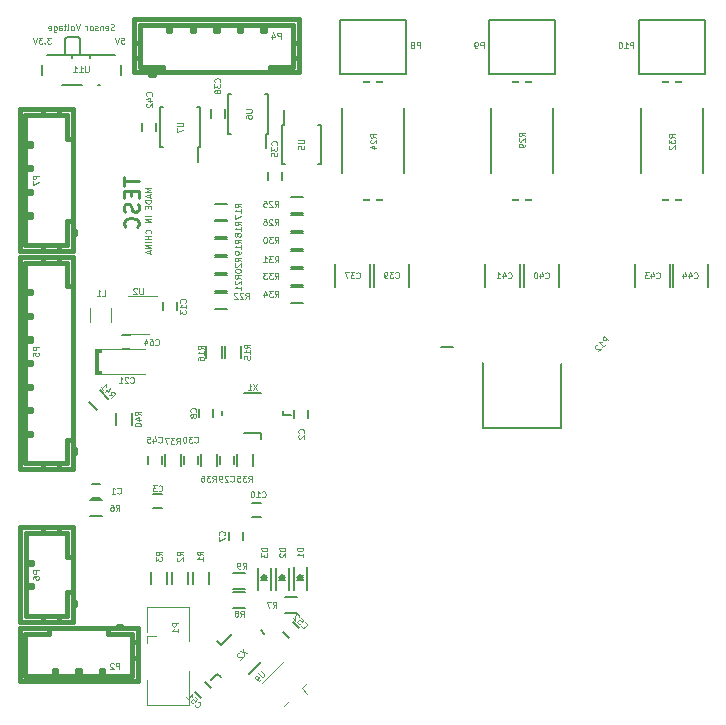
<source format=gbo>
%TF.GenerationSoftware,KiCad,Pcbnew,(5.1.4-0)*%
%TF.CreationDate,2019-11-16T13:15:52+08:00*%
%TF.ProjectId,VESC_6,56455343-5f36-42e6-9b69-6361645f7063,A*%
%TF.SameCoordinates,Original*%
%TF.FileFunction,Legend,Bot*%
%TF.FilePolarity,Positive*%
%FSLAX46Y46*%
G04 Gerber Fmt 4.6, Leading zero omitted, Abs format (unit mm)*
G04 Created by KiCad (PCBNEW (5.1.4-0)) date 2019-11-16 13:15:52*
%MOMM*%
%LPD*%
G04 APERTURE LIST*
%ADD10C,0.200000*%
%ADD11C,0.101600*%
%ADD12C,0.100000*%
%ADD13C,0.203200*%
%ADD14C,0.254000*%
%ADD15C,0.120000*%
%ADD16C,0.150000*%
%ADD17C,0.381000*%
%ADD18R,1.060000X0.650000*%
%ADD19R,1.000000X0.800000*%
%ADD20R,0.700000X1.500000*%
%ADD21C,0.900000*%
%ADD22R,1.300000X0.700000*%
%ADD23R,1.950000X1.500000*%
%ADD24R,0.450000X1.450000*%
%ADD25R,2.500000X1.000000*%
%ADD26R,0.797560X0.797560*%
%ADD27R,0.900000X0.500000*%
%ADD28R,0.500000X0.900000*%
%ADD29C,0.500000*%
%ADD30R,0.750000X0.800000*%
%ADD31R,0.800000X0.750000*%
%ADD32C,0.750000*%
%ADD33C,1.300000*%
%ADD34R,2.000000X1.300000*%
%ADD35C,1.600000*%
%ADD36R,1.699260X1.198880*%
%ADD37O,1.699260X1.198880*%
%ADD38C,3.000000*%
%ADD39R,1.198880X1.699260*%
%ADD40O,1.198880X1.699260*%
%ADD41R,1.500000X0.450000*%
%ADD42O,1.100000X1.800000*%
%ADD43O,1.100000X2.200000*%
%ADD44C,1.050000*%
%ADD45C,1.000000*%
%ADD46R,5.000000X4.000000*%
%ADD47R,6.000000X5.000000*%
%ADD48R,0.600000X2.700000*%
%ADD49R,2.300000X2.700000*%
G04 APERTURE END LIST*
D10*
X122047000Y-85200000D02*
X122047000Y-83200000D01*
X121900000Y-85200000D02*
X121900000Y-83200000D01*
D11*
X123177904Y-56085619D02*
X123105333Y-56109809D01*
X122984380Y-56109809D01*
X122936000Y-56085619D01*
X122911809Y-56061428D01*
X122887619Y-56013047D01*
X122887619Y-55964666D01*
X122911809Y-55916285D01*
X122936000Y-55892095D01*
X122984380Y-55867904D01*
X123081142Y-55843714D01*
X123129523Y-55819523D01*
X123153714Y-55795333D01*
X123177904Y-55746952D01*
X123177904Y-55698571D01*
X123153714Y-55650190D01*
X123129523Y-55626000D01*
X123081142Y-55601809D01*
X122960190Y-55601809D01*
X122887619Y-55626000D01*
X122476380Y-56085619D02*
X122524761Y-56109809D01*
X122621523Y-56109809D01*
X122669904Y-56085619D01*
X122694095Y-56037238D01*
X122694095Y-55843714D01*
X122669904Y-55795333D01*
X122621523Y-55771142D01*
X122524761Y-55771142D01*
X122476380Y-55795333D01*
X122452190Y-55843714D01*
X122452190Y-55892095D01*
X122694095Y-55940476D01*
X122234476Y-55771142D02*
X122234476Y-56109809D01*
X122234476Y-55819523D02*
X122210285Y-55795333D01*
X122161904Y-55771142D01*
X122089333Y-55771142D01*
X122040952Y-55795333D01*
X122016761Y-55843714D01*
X122016761Y-56109809D01*
X121799047Y-56085619D02*
X121750666Y-56109809D01*
X121653904Y-56109809D01*
X121605523Y-56085619D01*
X121581333Y-56037238D01*
X121581333Y-56013047D01*
X121605523Y-55964666D01*
X121653904Y-55940476D01*
X121726476Y-55940476D01*
X121774857Y-55916285D01*
X121799047Y-55867904D01*
X121799047Y-55843714D01*
X121774857Y-55795333D01*
X121726476Y-55771142D01*
X121653904Y-55771142D01*
X121605523Y-55795333D01*
X121291047Y-56109809D02*
X121339428Y-56085619D01*
X121363619Y-56061428D01*
X121387809Y-56013047D01*
X121387809Y-55867904D01*
X121363619Y-55819523D01*
X121339428Y-55795333D01*
X121291047Y-55771142D01*
X121218476Y-55771142D01*
X121170095Y-55795333D01*
X121145904Y-55819523D01*
X121121714Y-55867904D01*
X121121714Y-56013047D01*
X121145904Y-56061428D01*
X121170095Y-56085619D01*
X121218476Y-56109809D01*
X121291047Y-56109809D01*
X120904000Y-56109809D02*
X120904000Y-55771142D01*
X120904000Y-55867904D02*
X120879809Y-55819523D01*
X120855619Y-55795333D01*
X120807238Y-55771142D01*
X120758857Y-55771142D01*
X120275047Y-55601809D02*
X120105714Y-56109809D01*
X119936380Y-55601809D01*
X119694476Y-56109809D02*
X119742857Y-56085619D01*
X119767047Y-56061428D01*
X119791238Y-56013047D01*
X119791238Y-55867904D01*
X119767047Y-55819523D01*
X119742857Y-55795333D01*
X119694476Y-55771142D01*
X119621904Y-55771142D01*
X119573523Y-55795333D01*
X119549333Y-55819523D01*
X119525142Y-55867904D01*
X119525142Y-56013047D01*
X119549333Y-56061428D01*
X119573523Y-56085619D01*
X119621904Y-56109809D01*
X119694476Y-56109809D01*
X119234857Y-56109809D02*
X119283238Y-56085619D01*
X119307428Y-56037238D01*
X119307428Y-55601809D01*
X119113904Y-55771142D02*
X118920380Y-55771142D01*
X119041333Y-55601809D02*
X119041333Y-56037238D01*
X119017142Y-56085619D01*
X118968761Y-56109809D01*
X118920380Y-56109809D01*
X118533333Y-56109809D02*
X118533333Y-55843714D01*
X118557523Y-55795333D01*
X118605904Y-55771142D01*
X118702666Y-55771142D01*
X118751047Y-55795333D01*
X118533333Y-56085619D02*
X118581714Y-56109809D01*
X118702666Y-56109809D01*
X118751047Y-56085619D01*
X118775238Y-56037238D01*
X118775238Y-55988857D01*
X118751047Y-55940476D01*
X118702666Y-55916285D01*
X118581714Y-55916285D01*
X118533333Y-55892095D01*
X118073714Y-55771142D02*
X118073714Y-56182380D01*
X118097904Y-56230761D01*
X118122095Y-56254952D01*
X118170476Y-56279142D01*
X118243047Y-56279142D01*
X118291428Y-56254952D01*
X118073714Y-56085619D02*
X118122095Y-56109809D01*
X118218857Y-56109809D01*
X118267238Y-56085619D01*
X118291428Y-56061428D01*
X118315619Y-56013047D01*
X118315619Y-55867904D01*
X118291428Y-55819523D01*
X118267238Y-55795333D01*
X118218857Y-55771142D01*
X118122095Y-55771142D01*
X118073714Y-55795333D01*
X117638285Y-56085619D02*
X117686666Y-56109809D01*
X117783428Y-56109809D01*
X117831809Y-56085619D01*
X117856000Y-56037238D01*
X117856000Y-55843714D01*
X117831809Y-55795333D01*
X117783428Y-55771142D01*
X117686666Y-55771142D01*
X117638285Y-55795333D01*
X117614095Y-55843714D01*
X117614095Y-55892095D01*
X117856000Y-55940476D01*
D10*
X121700000Y-85200000D02*
X121700000Y-83200000D01*
D12*
X136087174Y-102288340D02*
X135685854Y-102288340D01*
X136087174Y-102288340D02*
X135899214Y-102572820D01*
X135685854Y-102290880D02*
X135876354Y-102572820D01*
X136087174Y-102638860D02*
X135685854Y-102638860D01*
X137614500Y-102288340D02*
X137213180Y-102288340D01*
X137614500Y-102288340D02*
X137426540Y-102572820D01*
X137213180Y-102290880D02*
X137403680Y-102572820D01*
X137614500Y-102638860D02*
X137213180Y-102638860D01*
X139140462Y-102605840D02*
X138739142Y-102605840D01*
X139140462Y-102255320D02*
X138952502Y-102539800D01*
X138739142Y-102257860D02*
X138929642Y-102539800D01*
X139140462Y-102255320D02*
X138739142Y-102255320D01*
D13*
X150876000Y-82931000D02*
X151892000Y-82931000D01*
D11*
X126340809Y-69493190D02*
X125832809Y-69493190D01*
X126195666Y-69662523D01*
X125832809Y-69831857D01*
X126340809Y-69831857D01*
X126195666Y-70049571D02*
X126195666Y-70291476D01*
X126340809Y-70001190D02*
X125832809Y-70170523D01*
X126340809Y-70339857D01*
X126340809Y-70509190D02*
X125832809Y-70509190D01*
X125832809Y-70630142D01*
X125857000Y-70702714D01*
X125905380Y-70751095D01*
X125953761Y-70775285D01*
X126050523Y-70799476D01*
X126123095Y-70799476D01*
X126219857Y-70775285D01*
X126268238Y-70751095D01*
X126316619Y-70702714D01*
X126340809Y-70630142D01*
X126340809Y-70509190D01*
X126074714Y-71017190D02*
X126074714Y-71186523D01*
X126340809Y-71259095D02*
X126340809Y-71017190D01*
X125832809Y-71017190D01*
X125832809Y-71259095D01*
X126340809Y-71863857D02*
X125832809Y-71863857D01*
X126340809Y-72105761D02*
X125832809Y-72105761D01*
X126340809Y-72396047D01*
X125832809Y-72396047D01*
X126292428Y-73315285D02*
X126316619Y-73291095D01*
X126340809Y-73218523D01*
X126340809Y-73170142D01*
X126316619Y-73097571D01*
X126268238Y-73049190D01*
X126219857Y-73025000D01*
X126123095Y-73000809D01*
X126050523Y-73000809D01*
X125953761Y-73025000D01*
X125905380Y-73049190D01*
X125857000Y-73097571D01*
X125832809Y-73170142D01*
X125832809Y-73218523D01*
X125857000Y-73291095D01*
X125881190Y-73315285D01*
X126340809Y-73533000D02*
X125832809Y-73533000D01*
X126074714Y-73533000D02*
X126074714Y-73823285D01*
X126340809Y-73823285D02*
X125832809Y-73823285D01*
X126340809Y-74065190D02*
X125832809Y-74065190D01*
X126340809Y-74307095D02*
X125832809Y-74307095D01*
X126340809Y-74597380D01*
X125832809Y-74597380D01*
X126195666Y-74815095D02*
X126195666Y-75057000D01*
X126340809Y-74766714D02*
X125832809Y-74936047D01*
X126340809Y-75105380D01*
D14*
X124018523Y-68561857D02*
X124018523Y-69287571D01*
X125288523Y-68924714D02*
X124018523Y-68924714D01*
X124623285Y-69710904D02*
X124623285Y-70134238D01*
X125288523Y-70315666D02*
X125288523Y-69710904D01*
X124018523Y-69710904D01*
X124018523Y-70315666D01*
X125228047Y-70799476D02*
X125288523Y-70980904D01*
X125288523Y-71283285D01*
X125228047Y-71404238D01*
X125167571Y-71464714D01*
X125046619Y-71525190D01*
X124925666Y-71525190D01*
X124804714Y-71464714D01*
X124744238Y-71404238D01*
X124683761Y-71283285D01*
X124623285Y-71041380D01*
X124562809Y-70920428D01*
X124502333Y-70859952D01*
X124381380Y-70799476D01*
X124260428Y-70799476D01*
X124139476Y-70859952D01*
X124079000Y-70920428D01*
X124018523Y-71041380D01*
X124018523Y-71343761D01*
X124079000Y-71525190D01*
X125167571Y-72795190D02*
X125228047Y-72734714D01*
X125288523Y-72553285D01*
X125288523Y-72432333D01*
X125228047Y-72250904D01*
X125107095Y-72129952D01*
X124986142Y-72069476D01*
X124744238Y-72009000D01*
X124562809Y-72009000D01*
X124320904Y-72069476D01*
X124199952Y-72129952D01*
X124079000Y-72250904D01*
X124018523Y-72432333D01*
X124018523Y-72553285D01*
X124079000Y-72734714D01*
X124139476Y-72795190D01*
D11*
X117843904Y-56744809D02*
X117529428Y-56744809D01*
X117698761Y-56938333D01*
X117626190Y-56938333D01*
X117577809Y-56962523D01*
X117553619Y-56986714D01*
X117529428Y-57035095D01*
X117529428Y-57156047D01*
X117553619Y-57204428D01*
X117577809Y-57228619D01*
X117626190Y-57252809D01*
X117771333Y-57252809D01*
X117819714Y-57228619D01*
X117843904Y-57204428D01*
X117311714Y-57204428D02*
X117287523Y-57228619D01*
X117311714Y-57252809D01*
X117335904Y-57228619D01*
X117311714Y-57204428D01*
X117311714Y-57252809D01*
X117118190Y-56744809D02*
X116803714Y-56744809D01*
X116973047Y-56938333D01*
X116900476Y-56938333D01*
X116852095Y-56962523D01*
X116827904Y-56986714D01*
X116803714Y-57035095D01*
X116803714Y-57156047D01*
X116827904Y-57204428D01*
X116852095Y-57228619D01*
X116900476Y-57252809D01*
X117045619Y-57252809D01*
X117094000Y-57228619D01*
X117118190Y-57204428D01*
X116658571Y-56744809D02*
X116489238Y-57252809D01*
X116319904Y-56744809D01*
X123794761Y-56744809D02*
X124036666Y-56744809D01*
X124060857Y-56986714D01*
X124036666Y-56962523D01*
X123988285Y-56938333D01*
X123867333Y-56938333D01*
X123818952Y-56962523D01*
X123794761Y-56986714D01*
X123770571Y-57035095D01*
X123770571Y-57156047D01*
X123794761Y-57204428D01*
X123818952Y-57228619D01*
X123867333Y-57252809D01*
X123988285Y-57252809D01*
X124036666Y-57228619D01*
X124060857Y-57204428D01*
X123625428Y-56744809D02*
X123456095Y-57252809D01*
X123286761Y-56744809D01*
D15*
X124335000Y-78640000D02*
X126785000Y-78640000D01*
X126135000Y-81860000D02*
X124335000Y-81860000D01*
D16*
X123746000Y-59092000D02*
X123746000Y-59892000D01*
X117046000Y-59892000D02*
X117046000Y-59092000D01*
X118796000Y-60792000D02*
X120496000Y-60792000D01*
X117546000Y-58192000D02*
X123246000Y-58192000D01*
X120296000Y-56892000D02*
X120296000Y-58192000D01*
X119196000Y-56692000D02*
X120096000Y-56692000D01*
X118996000Y-58192000D02*
X118996000Y-56892000D01*
X120296000Y-56892000D02*
X120096000Y-56692000D01*
X118996000Y-56892000D02*
X119196000Y-56692000D01*
X121796000Y-60792000D02*
X121996000Y-60792000D01*
X119646000Y-58492000D02*
X119646000Y-58192000D01*
X121146000Y-58492000D02*
X121146000Y-58192000D01*
D15*
X121167000Y-79650000D02*
X121167000Y-80850000D01*
X122927000Y-80850000D02*
X122927000Y-79650000D01*
X121578000Y-85251000D02*
X121578000Y-83151000D01*
X121578000Y-83151000D02*
X125828000Y-83151000D01*
X121578000Y-85251000D02*
X125828000Y-85251000D01*
D16*
X137565000Y-64111000D02*
X137565000Y-62861000D01*
X140740000Y-64111000D02*
X140740000Y-67461000D01*
X137390000Y-64111000D02*
X137390000Y-67461000D01*
X140740000Y-64111000D02*
X140490000Y-64111000D01*
X140740000Y-67461000D02*
X140490000Y-67461000D01*
X137390000Y-67461000D02*
X137640000Y-67461000D01*
X137390000Y-64111000D02*
X137565000Y-64111000D01*
X136043800Y-64870200D02*
X136043800Y-66120200D01*
X132868800Y-64870200D02*
X132868800Y-61520200D01*
X136218800Y-64870200D02*
X136218800Y-61520200D01*
X132868800Y-64870200D02*
X133118800Y-64870200D01*
X132868800Y-61520200D02*
X133118800Y-61520200D01*
X136218800Y-61520200D02*
X135968800Y-61520200D01*
X136218800Y-64870200D02*
X136043800Y-64870200D01*
X130265300Y-66013200D02*
X130265300Y-67263200D01*
X127090300Y-66013200D02*
X127090300Y-62663200D01*
X130440300Y-66013200D02*
X130440300Y-62663200D01*
X127090300Y-66013200D02*
X127340300Y-66013200D01*
X127090300Y-62663200D02*
X127340300Y-62663200D01*
X130440300Y-62663200D02*
X130190300Y-62663200D01*
X130440300Y-66013200D02*
X130265300Y-66013200D01*
X141908000Y-77898500D02*
X141908000Y-75898500D01*
X144858000Y-75898500D02*
X144858000Y-77898500D01*
X145210000Y-77898500D02*
X145210000Y-75898500D01*
X148160000Y-75898500D02*
X148160000Y-77898500D01*
X157910000Y-77898500D02*
X157910000Y-75898500D01*
X160860000Y-75898500D02*
X160860000Y-77898500D01*
X154608000Y-77898500D02*
X154608000Y-75898500D01*
X157558000Y-75898500D02*
X157558000Y-77898500D01*
X167308000Y-77898500D02*
X167308000Y-75898500D01*
X170258000Y-75898500D02*
X170258000Y-77898500D01*
X170483000Y-77898500D02*
X170483000Y-75898500D01*
X173433000Y-75898500D02*
X173433000Y-77898500D01*
X138692300Y-102406700D02*
X138942300Y-102656700D01*
X139192300Y-102406700D02*
X138692300Y-102406700D01*
X138942300Y-102656700D02*
X139192300Y-102406700D01*
X139192300Y-102656700D02*
X138692300Y-102656700D01*
X138942300Y-102606700D02*
X138942300Y-102156700D01*
X139492300Y-103506700D02*
X139492300Y-101606700D01*
X138392300Y-103506700D02*
X138392300Y-101606700D01*
X137164000Y-102438200D02*
X137414000Y-102688200D01*
X137664000Y-102438200D02*
X137164000Y-102438200D01*
X137414000Y-102688200D02*
X137664000Y-102438200D01*
X137664000Y-102688200D02*
X137164000Y-102688200D01*
X137414000Y-102638200D02*
X137414000Y-102188200D01*
X137964000Y-103538200D02*
X137964000Y-101638200D01*
X136864000Y-103538200D02*
X136864000Y-101638200D01*
X135640000Y-102438200D02*
X135890000Y-102688200D01*
X136140000Y-102438200D02*
X135640000Y-102438200D01*
X135890000Y-102688200D02*
X136140000Y-102438200D01*
X136140000Y-102688200D02*
X135640000Y-102688200D01*
X135890000Y-102638200D02*
X135890000Y-102188200D01*
X136440000Y-103538200D02*
X136440000Y-101638200D01*
X135340000Y-103538200D02*
X135340000Y-101638200D01*
X131231000Y-102989000D02*
X131231000Y-101989000D01*
X129881000Y-101989000D02*
X129881000Y-102989000D01*
X128103000Y-101989000D02*
X128103000Y-102989000D01*
X129453000Y-102989000D02*
X129453000Y-101989000D01*
X126329300Y-101977000D02*
X126329300Y-102977000D01*
X127679300Y-102977000D02*
X127679300Y-101977000D01*
X122166000Y-95908500D02*
X121166000Y-95908500D01*
X121166000Y-97258500D02*
X122166000Y-97258500D01*
X137676000Y-105450000D02*
X138676000Y-105450000D01*
X138676000Y-104100000D02*
X137676000Y-104100000D01*
X133281800Y-105018200D02*
X134281800Y-105018200D01*
X134281800Y-103668200D02*
X133281800Y-103668200D01*
X133281800Y-103418000D02*
X134281800Y-103418000D01*
X134281800Y-102068000D02*
X133281800Y-102068000D01*
X133956000Y-83869000D02*
X133956000Y-82869000D01*
X132606000Y-82869000D02*
X132606000Y-83869000D01*
X132359800Y-83880200D02*
X132359800Y-82880200D01*
X131009800Y-82880200D02*
X131009800Y-83880200D01*
X131716500Y-72176000D02*
X132716500Y-72176000D01*
X132716500Y-70826000D02*
X131716500Y-70826000D01*
X131716500Y-73636500D02*
X132716500Y-73636500D01*
X132716500Y-72286500D02*
X131716500Y-72286500D01*
X131716500Y-75160500D02*
X132716500Y-75160500D01*
X132716500Y-73810500D02*
X131716500Y-73810500D01*
X131716500Y-76684500D02*
X132716500Y-76684500D01*
X132716500Y-75334500D02*
X131716500Y-75334500D01*
X131716500Y-78208500D02*
X132716500Y-78208500D01*
X132716500Y-76858500D02*
X131716500Y-76858500D01*
X131716500Y-79732500D02*
X132716500Y-79732500D01*
X132716500Y-78382500D02*
X131716500Y-78382500D01*
X123327800Y-88539700D02*
X123327800Y-89539700D01*
X124677800Y-89539700D02*
X124677800Y-88539700D01*
X122687350Y-87315756D02*
X121980244Y-86608650D01*
X121025650Y-87563244D02*
X121732756Y-88270350D01*
X139172000Y-70254500D02*
X138172000Y-70254500D01*
X138172000Y-71604500D02*
X139172000Y-71604500D01*
X139171300Y-71791200D02*
X138171300Y-71791200D01*
X138171300Y-73141200D02*
X139171300Y-73141200D01*
X139184000Y-73302500D02*
X138184000Y-73302500D01*
X138184000Y-74652500D02*
X139184000Y-74652500D01*
X139184000Y-74826500D02*
X138184000Y-74826500D01*
X138184000Y-76176500D02*
X139184000Y-76176500D01*
X139184000Y-76350500D02*
X138184000Y-76350500D01*
X138184000Y-77700500D02*
X139184000Y-77700500D01*
X139184000Y-77874500D02*
X138184000Y-77874500D01*
X138184000Y-79224500D02*
X139184000Y-79224500D01*
X134914000Y-93032200D02*
X134914000Y-92032200D01*
X133564000Y-92032200D02*
X133564000Y-93032200D01*
X131866000Y-93032200D02*
X131866000Y-92032200D01*
X130516000Y-92032200D02*
X130516000Y-93032200D01*
X128818000Y-93032200D02*
X128818000Y-92032200D01*
X127468000Y-92032200D02*
X127468000Y-93032200D01*
X136179000Y-68103000D02*
X136179000Y-68803000D01*
X137379000Y-68803000D02*
X137379000Y-68103000D01*
X134905000Y-97374000D02*
X135605000Y-97374000D01*
X135605000Y-96174000D02*
X134905000Y-96174000D01*
X121303300Y-95735700D02*
X122003300Y-95735700D01*
X122003300Y-94535700D02*
X121303300Y-94535700D01*
X138388800Y-88245200D02*
X138388800Y-88945200D01*
X139588800Y-88945200D02*
X139588800Y-88245200D01*
X126523000Y-96612000D02*
X127223000Y-96612000D01*
X127223000Y-95412000D02*
X126523000Y-95412000D01*
X134077000Y-99295000D02*
X134077000Y-98595000D01*
X132877000Y-98595000D02*
X132877000Y-99295000D01*
X131537000Y-88869000D02*
X131537000Y-88169000D01*
X130337000Y-88169000D02*
X130337000Y-88869000D01*
X128489000Y-79852000D02*
X128489000Y-79152000D01*
X127289000Y-79152000D02*
X127289000Y-79852000D01*
X133315000Y-92882200D02*
X133315000Y-92182200D01*
X132115000Y-92182200D02*
X132115000Y-92882200D01*
X130267000Y-92882200D02*
X130267000Y-92182200D01*
X129067000Y-92182200D02*
X129067000Y-92882200D01*
X132553000Y-63520500D02*
X132553000Y-62820500D01*
X131353000Y-62820500D02*
X131353000Y-63520500D01*
X126774500Y-64687500D02*
X126774500Y-63987500D01*
X125574500Y-63987500D02*
X125574500Y-64687500D01*
X127219000Y-92882200D02*
X127219000Y-92182200D01*
X126019000Y-92182200D02*
X126019000Y-92882200D01*
X130011249Y-112190777D02*
X130506223Y-112685751D01*
X131354751Y-111837223D02*
X130859777Y-111342249D01*
X138847751Y-106757223D02*
X138352777Y-106262249D01*
X137504249Y-107110777D02*
X137999223Y-107605751D01*
X124556000Y-81950000D02*
X123856000Y-81950000D01*
X123856000Y-83150000D02*
X124556000Y-83150000D01*
X131928901Y-110612256D02*
X131433926Y-111107231D01*
X132211744Y-108208093D02*
X131858190Y-107854540D01*
X133203164Y-107216673D02*
X132211744Y-108208093D01*
X134615171Y-110612992D02*
X135606592Y-109621571D01*
X135605856Y-106935301D02*
X135888699Y-107218144D01*
X131928901Y-110612256D02*
X132211744Y-110895099D01*
X137506000Y-88739320D02*
X137506000Y-88339320D01*
X132306000Y-88739320D02*
X132306000Y-88339320D01*
X135607040Y-86839320D02*
X134204960Y-86839320D01*
X134203920Y-90239320D02*
X135606000Y-90239320D01*
X135606000Y-90239320D02*
X135606000Y-90739320D01*
X137506000Y-88739320D02*
X138206000Y-88739320D01*
D17*
X119699260Y-106202020D02*
X119699260Y-98201020D01*
X115698760Y-98701400D02*
X115698760Y-105701640D01*
X115200920Y-106202020D02*
X115200920Y-98201020D01*
X116199140Y-103103220D02*
X115698760Y-103103220D01*
X116199140Y-103301340D02*
X116199140Y-103103220D01*
X115698760Y-103301340D02*
X116199140Y-103301340D01*
X115698760Y-101302360D02*
X116199140Y-101302360D01*
X116199140Y-101302360D02*
X116199140Y-101104240D01*
X116199140Y-101104240D02*
X115698760Y-101104240D01*
X118500380Y-98201020D02*
X118500380Y-98701400D01*
X117199900Y-98701400D02*
X117199900Y-98201020D01*
X117199900Y-105701640D02*
X117199900Y-106202020D01*
X118500380Y-105701640D02*
X118500380Y-106202020D01*
X119699260Y-103702660D02*
X119198880Y-103702660D01*
X119198880Y-103702660D02*
X119198880Y-105701640D01*
X119198880Y-105701640D02*
X115698760Y-105701640D01*
X115698760Y-98701400D02*
X119198880Y-98701400D01*
X119198880Y-98701400D02*
X119198880Y-100700380D01*
X119198880Y-100700380D02*
X119699260Y-100700380D01*
X119699260Y-106202020D02*
X115200920Y-106202020D01*
X119699260Y-98201020D02*
X115200920Y-98201020D01*
X119699260Y-104502760D02*
X119899920Y-104502760D01*
X119899920Y-104502760D02*
X119899920Y-104802480D01*
X119899920Y-104802480D02*
X119699260Y-104802480D01*
X120083580Y-110258860D02*
X120083580Y-110759240D01*
X120281700Y-110258860D02*
X120083580Y-110258860D01*
X120281700Y-110759240D02*
X120281700Y-110258860D01*
X125183900Y-111257080D02*
X115181380Y-111257080D01*
X115681760Y-110759240D02*
X124683520Y-110759240D01*
X125183900Y-106758740D02*
X115181380Y-106758740D01*
X122085100Y-110258860D02*
X122085100Y-110759240D01*
X122283220Y-110258860D02*
X122085100Y-110258860D01*
X122283220Y-110759240D02*
X122283220Y-110258860D01*
X118282720Y-110759240D02*
X118282720Y-110258860D01*
X118282720Y-110258860D02*
X118084600Y-110258860D01*
X118084600Y-110258860D02*
X118084600Y-110759240D01*
X115181380Y-107957620D02*
X115681760Y-107957620D01*
X115681760Y-109258100D02*
X115181380Y-109258100D01*
X124683520Y-109258100D02*
X125183900Y-109258100D01*
X124683520Y-107957620D02*
X125183900Y-107957620D01*
X122684540Y-106758740D02*
X122684540Y-107259120D01*
X122684540Y-107259120D02*
X124683520Y-107259120D01*
X124683520Y-107259120D02*
X124683520Y-110759240D01*
X115681760Y-110759240D02*
X115681760Y-107259120D01*
X115681760Y-107259120D02*
X117680740Y-107259120D01*
X117680740Y-107259120D02*
X117680740Y-106758740D01*
X125183900Y-106758740D02*
X125183900Y-111257080D01*
X115181380Y-106758740D02*
X115181380Y-111257080D01*
X123484640Y-106758740D02*
X123484640Y-106558080D01*
X123484640Y-106558080D02*
X123784360Y-106558080D01*
X123784360Y-106558080D02*
X123784360Y-106758740D01*
X138850240Y-59699260D02*
X124849760Y-59699260D01*
X124849760Y-55200920D02*
X138850240Y-55200920D01*
X138349860Y-55698760D02*
X125350140Y-55698760D01*
X133747380Y-55698760D02*
X133747380Y-56199140D01*
X133747380Y-56199140D02*
X133945500Y-56199140D01*
X133945500Y-56199140D02*
X133945500Y-55698760D01*
X135947020Y-56199140D02*
X135947020Y-55698760D01*
X135748900Y-56199140D02*
X135947020Y-56199140D01*
X135748900Y-55698760D02*
X135748900Y-56199140D01*
X129947540Y-56199140D02*
X129947540Y-55698760D01*
X129749420Y-56199140D02*
X129947540Y-56199140D01*
X129749420Y-55698760D02*
X129749420Y-56199140D01*
X127946020Y-56199140D02*
X127946020Y-55698760D01*
X127747900Y-56199140D02*
X127946020Y-56199140D01*
X127747900Y-55698760D02*
X127747900Y-56199140D01*
X131748400Y-55698760D02*
X131748400Y-56199140D01*
X131748400Y-56199140D02*
X131946520Y-56199140D01*
X131946520Y-56199140D02*
X131946520Y-55698760D01*
X138850240Y-58500380D02*
X138349860Y-58500380D01*
X138349860Y-57199900D02*
X138850240Y-57199900D01*
X125347600Y-57199900D02*
X124847220Y-57199900D01*
X125347600Y-58500380D02*
X124847220Y-58500380D01*
X127346580Y-59699260D02*
X127346580Y-59198880D01*
X127346580Y-59198880D02*
X125347600Y-59198880D01*
X125347600Y-59198880D02*
X125347600Y-55698760D01*
X138349860Y-55698760D02*
X138349860Y-59198880D01*
X138349860Y-59198880D02*
X136350880Y-59198880D01*
X136350880Y-59198880D02*
X136350880Y-59699260D01*
X124847220Y-59699260D02*
X124847220Y-55200920D01*
X138850240Y-59699260D02*
X138850240Y-55200920D01*
X126546480Y-59699260D02*
X126546480Y-59899920D01*
X126546480Y-59899920D02*
X126246760Y-59899920D01*
X126246760Y-59899920D02*
X126246760Y-59699260D01*
X115183920Y-93299220D02*
X115183920Y-75300780D01*
X115681760Y-75801160D02*
X115681760Y-92798840D01*
X119682260Y-93299220D02*
X119682260Y-75300780D01*
X115681760Y-82400080D02*
X116182140Y-82400080D01*
X116182140Y-82400080D02*
X116182140Y-82201960D01*
X116182140Y-82201960D02*
X115681760Y-82201960D01*
X115681760Y-78402120D02*
X116182140Y-78402120D01*
X116182140Y-78402120D02*
X116182140Y-78204000D01*
X116182140Y-78204000D02*
X115681760Y-78204000D01*
X115681760Y-84404140D02*
X116182140Y-84404140D01*
X116182140Y-84404140D02*
X116182140Y-84206020D01*
X116182140Y-84206020D02*
X115681760Y-84206020D01*
X116182140Y-80202980D02*
X115681760Y-80202980D01*
X116182140Y-80401100D02*
X116182140Y-80202980D01*
X115681760Y-80401100D02*
X116182140Y-80401100D01*
X116182140Y-88203980D02*
X115681760Y-88203980D01*
X116182140Y-88402100D02*
X116182140Y-88203980D01*
X115681760Y-88402100D02*
X116182140Y-88402100D01*
X116182140Y-90205500D02*
X115681760Y-90205500D01*
X116182140Y-90403620D02*
X116182140Y-90205500D01*
X115681760Y-90403620D02*
X116182140Y-90403620D01*
X115681760Y-86403120D02*
X116182140Y-86403120D01*
X116182140Y-86403120D02*
X116182140Y-86205000D01*
X116182140Y-86205000D02*
X115681760Y-86205000D01*
X118483380Y-75300780D02*
X118483380Y-75801160D01*
X117182900Y-75801160D02*
X117182900Y-75300780D01*
X117182900Y-92803920D02*
X117182900Y-93304300D01*
X118483380Y-92803920D02*
X118483380Y-93304300D01*
X119682260Y-90804940D02*
X119181880Y-90804940D01*
X119181880Y-90804940D02*
X119181880Y-92803920D01*
X119181880Y-92803920D02*
X115681760Y-92803920D01*
X115681760Y-75801160D02*
X119181880Y-75801160D01*
X119181880Y-75801160D02*
X119181880Y-77800140D01*
X119181880Y-77800140D02*
X119682260Y-77800140D01*
X119682260Y-93304300D02*
X115183920Y-93304300D01*
X119682260Y-75300780D02*
X115183920Y-75300780D01*
X119682260Y-91605040D02*
X119882920Y-91605040D01*
X119882920Y-91605040D02*
X119882920Y-91904760D01*
X119882920Y-91904760D02*
X119682260Y-91904760D01*
X119682260Y-62800520D02*
X119682260Y-74799480D01*
X115681760Y-74299100D02*
X115681760Y-63300900D01*
X115183920Y-62800520D02*
X115183920Y-74799480D01*
X116182140Y-65703740D02*
X115681760Y-65703740D01*
X116182140Y-65901860D02*
X116182140Y-65703740D01*
X115681760Y-65901860D02*
X116182140Y-65901860D01*
X116182140Y-69701700D02*
X115681760Y-69701700D01*
X116182140Y-69899820D02*
X116182140Y-69701700D01*
X115681760Y-69899820D02*
X116182140Y-69899820D01*
X116182140Y-71703220D02*
X115681760Y-71703220D01*
X116182140Y-71901340D02*
X116182140Y-71703220D01*
X115681760Y-71901340D02*
X116182140Y-71901340D01*
X115681760Y-67900840D02*
X116182140Y-67900840D01*
X116182140Y-67900840D02*
X116182140Y-67702720D01*
X116182140Y-67702720D02*
X115681760Y-67702720D01*
X118483380Y-62800520D02*
X118483380Y-63300900D01*
X117182900Y-63300900D02*
X117182900Y-62800520D01*
X117182900Y-74301640D02*
X117182900Y-74802020D01*
X118483380Y-74301640D02*
X118483380Y-74802020D01*
X119682260Y-72302660D02*
X119181880Y-72302660D01*
X119181880Y-72302660D02*
X119181880Y-74301640D01*
X119181880Y-74301640D02*
X115681760Y-74301640D01*
X115681760Y-63300900D02*
X119181880Y-63300900D01*
X119181880Y-63300900D02*
X119181880Y-65299880D01*
X119181880Y-65299880D02*
X119682260Y-65299880D01*
X119682260Y-74802020D02*
X115183920Y-74802020D01*
X119682260Y-62800520D02*
X115183920Y-62800520D01*
X119682260Y-73102760D02*
X119882920Y-73102760D01*
X119882920Y-73102760D02*
X119882920Y-73402480D01*
X119882920Y-73402480D02*
X119682260Y-73402480D01*
D15*
X126750000Y-107400000D02*
X126000000Y-107400000D01*
X126000000Y-107400000D02*
X126000000Y-108000000D01*
X126000000Y-107100000D02*
X126000000Y-104950000D01*
X126000000Y-113250000D02*
X129550000Y-113250000D01*
X129550000Y-104950000D02*
X129550000Y-107850000D01*
X126000000Y-104950000D02*
X129550000Y-104950000D01*
X129550000Y-113250000D02*
X129550000Y-110350000D01*
X126000000Y-111100000D02*
X126000000Y-113250000D01*
X137579053Y-109507865D02*
X135669865Y-111417053D01*
X139085191Y-111848388D02*
X139530668Y-112293866D01*
X137557840Y-113375739D02*
X138010388Y-112923191D01*
X139537739Y-111395840D02*
X139085191Y-111848388D01*
D16*
X142314500Y-55231000D02*
X142314500Y-59831000D01*
X142314500Y-59831000D02*
X147914500Y-59831000D01*
X147914500Y-59831000D02*
X147914500Y-55231000D01*
X147914500Y-55231000D02*
X142314500Y-55231000D01*
X154934000Y-55231000D02*
X154934000Y-59831000D01*
X154934000Y-59831000D02*
X160534000Y-59831000D01*
X160534000Y-59831000D02*
X160534000Y-55231000D01*
X160534000Y-55231000D02*
X154934000Y-55231000D01*
X167634000Y-55231000D02*
X167634000Y-59831000D01*
X167634000Y-59831000D02*
X173234000Y-59831000D01*
X173234000Y-59831000D02*
X173234000Y-55231000D01*
X173234000Y-55231000D02*
X167634000Y-55231000D01*
X154434000Y-89800000D02*
X161034000Y-89800000D01*
X161034000Y-89800000D02*
X161034000Y-84200000D01*
X161034000Y-84200000D02*
X154434000Y-84200000D01*
X154434000Y-84200000D02*
X154434000Y-89800000D01*
X147716000Y-60532000D02*
X142516000Y-60532000D01*
X147716000Y-70532000D02*
X147716000Y-60532000D01*
X142516000Y-70532000D02*
X147716000Y-70532000D01*
X142516000Y-60532000D02*
X142516000Y-70532000D01*
X173034000Y-60532000D02*
X167834000Y-60532000D01*
X173034000Y-70532000D02*
X173034000Y-60532000D01*
X167834000Y-70532000D02*
X173034000Y-70532000D01*
X167834000Y-60532000D02*
X167834000Y-70532000D01*
X160334000Y-60532000D02*
X155134000Y-60532000D01*
X160334000Y-70532000D02*
X160334000Y-60532000D01*
X155134000Y-70532000D02*
X160334000Y-70532000D01*
X155134000Y-60532000D02*
X155134000Y-70532000D01*
D11*
X125622047Y-77953809D02*
X125622047Y-78365047D01*
X125597857Y-78413428D01*
X125573666Y-78437619D01*
X125525285Y-78461809D01*
X125428523Y-78461809D01*
X125380142Y-78437619D01*
X125355952Y-78413428D01*
X125331761Y-78365047D01*
X125331761Y-77953809D01*
X125114047Y-78002190D02*
X125089857Y-77978000D01*
X125041476Y-77953809D01*
X124920523Y-77953809D01*
X124872142Y-77978000D01*
X124847952Y-78002190D01*
X124823761Y-78050571D01*
X124823761Y-78098952D01*
X124847952Y-78171523D01*
X125138238Y-78461809D01*
X124823761Y-78461809D01*
X121024952Y-59157809D02*
X121024952Y-59569047D01*
X121000761Y-59617428D01*
X120976571Y-59641619D01*
X120928190Y-59665809D01*
X120831428Y-59665809D01*
X120783047Y-59641619D01*
X120758857Y-59617428D01*
X120734666Y-59569047D01*
X120734666Y-59157809D01*
X120226666Y-59665809D02*
X120516952Y-59665809D01*
X120371809Y-59665809D02*
X120371809Y-59157809D01*
X120420190Y-59230380D01*
X120468571Y-59278761D01*
X120516952Y-59302952D01*
X119742857Y-59665809D02*
X120033142Y-59665809D01*
X119888000Y-59665809D02*
X119888000Y-59157809D01*
X119936380Y-59230380D01*
X119984761Y-59278761D01*
X120033142Y-59302952D01*
X122170666Y-78588809D02*
X122412571Y-78588809D01*
X122412571Y-78080809D01*
X121735238Y-78588809D02*
X122025523Y-78588809D01*
X121880380Y-78588809D02*
X121880380Y-78080809D01*
X121928761Y-78153380D01*
X121977142Y-78201761D01*
X122025523Y-78225952D01*
X124554571Y-85945428D02*
X124578761Y-85969619D01*
X124651333Y-85993809D01*
X124699714Y-85993809D01*
X124772285Y-85969619D01*
X124820666Y-85921238D01*
X124844857Y-85872857D01*
X124869047Y-85776095D01*
X124869047Y-85703523D01*
X124844857Y-85606761D01*
X124820666Y-85558380D01*
X124772285Y-85510000D01*
X124699714Y-85485809D01*
X124651333Y-85485809D01*
X124578761Y-85510000D01*
X124554571Y-85534190D01*
X124361047Y-85534190D02*
X124336857Y-85510000D01*
X124288476Y-85485809D01*
X124167523Y-85485809D01*
X124119142Y-85510000D01*
X124094952Y-85534190D01*
X124070761Y-85582571D01*
X124070761Y-85630952D01*
X124094952Y-85703523D01*
X124385238Y-85993809D01*
X124070761Y-85993809D01*
X123586952Y-85993809D02*
X123877238Y-85993809D01*
X123732095Y-85993809D02*
X123732095Y-85485809D01*
X123780476Y-85558380D01*
X123828857Y-85606761D01*
X123877238Y-85630952D01*
X138786809Y-65398952D02*
X139198047Y-65398952D01*
X139246428Y-65423142D01*
X139270619Y-65447333D01*
X139294809Y-65495714D01*
X139294809Y-65592476D01*
X139270619Y-65640857D01*
X139246428Y-65665047D01*
X139198047Y-65689238D01*
X138786809Y-65689238D01*
X138786809Y-66173047D02*
X138786809Y-65931142D01*
X139028714Y-65906952D01*
X139004523Y-65931142D01*
X138980333Y-65979523D01*
X138980333Y-66100476D01*
X139004523Y-66148857D01*
X139028714Y-66173047D01*
X139077095Y-66197238D01*
X139198047Y-66197238D01*
X139246428Y-66173047D01*
X139270619Y-66148857D01*
X139294809Y-66100476D01*
X139294809Y-65979523D01*
X139270619Y-65931142D01*
X139246428Y-65906952D01*
X134341809Y-62808152D02*
X134753047Y-62808152D01*
X134801428Y-62832342D01*
X134825619Y-62856533D01*
X134849809Y-62904914D01*
X134849809Y-63001676D01*
X134825619Y-63050057D01*
X134801428Y-63074247D01*
X134753047Y-63098438D01*
X134341809Y-63098438D01*
X134341809Y-63558057D02*
X134341809Y-63461295D01*
X134366000Y-63412914D01*
X134390190Y-63388723D01*
X134462761Y-63340342D01*
X134559523Y-63316152D01*
X134753047Y-63316152D01*
X134801428Y-63340342D01*
X134825619Y-63364533D01*
X134849809Y-63412914D01*
X134849809Y-63509676D01*
X134825619Y-63558057D01*
X134801428Y-63582247D01*
X134753047Y-63606438D01*
X134632095Y-63606438D01*
X134583714Y-63582247D01*
X134559523Y-63558057D01*
X134535333Y-63509676D01*
X134535333Y-63412914D01*
X134559523Y-63364533D01*
X134583714Y-63340342D01*
X134632095Y-63316152D01*
X128499809Y-63951152D02*
X128911047Y-63951152D01*
X128959428Y-63975342D01*
X128983619Y-63999533D01*
X129007809Y-64047914D01*
X129007809Y-64144676D01*
X128983619Y-64193057D01*
X128959428Y-64217247D01*
X128911047Y-64241438D01*
X128499809Y-64241438D01*
X128499809Y-64434961D02*
X128499809Y-64773628D01*
X129007809Y-64555914D01*
X143709571Y-77079928D02*
X143733761Y-77104119D01*
X143806333Y-77128309D01*
X143854714Y-77128309D01*
X143927285Y-77104119D01*
X143975666Y-77055738D01*
X143999857Y-77007357D01*
X144024047Y-76910595D01*
X144024047Y-76838023D01*
X143999857Y-76741261D01*
X143975666Y-76692880D01*
X143927285Y-76644500D01*
X143854714Y-76620309D01*
X143806333Y-76620309D01*
X143733761Y-76644500D01*
X143709571Y-76668690D01*
X143540238Y-76620309D02*
X143225761Y-76620309D01*
X143395095Y-76813833D01*
X143322523Y-76813833D01*
X143274142Y-76838023D01*
X143249952Y-76862214D01*
X143225761Y-76910595D01*
X143225761Y-77031547D01*
X143249952Y-77079928D01*
X143274142Y-77104119D01*
X143322523Y-77128309D01*
X143467666Y-77128309D01*
X143516047Y-77104119D01*
X143540238Y-77079928D01*
X143056428Y-76620309D02*
X142717761Y-76620309D01*
X142935476Y-77128309D01*
X147011571Y-77055928D02*
X147035761Y-77080119D01*
X147108333Y-77104309D01*
X147156714Y-77104309D01*
X147229285Y-77080119D01*
X147277666Y-77031738D01*
X147301857Y-76983357D01*
X147326047Y-76886595D01*
X147326047Y-76814023D01*
X147301857Y-76717261D01*
X147277666Y-76668880D01*
X147229285Y-76620500D01*
X147156714Y-76596309D01*
X147108333Y-76596309D01*
X147035761Y-76620500D01*
X147011571Y-76644690D01*
X146842238Y-76596309D02*
X146527761Y-76596309D01*
X146697095Y-76789833D01*
X146624523Y-76789833D01*
X146576142Y-76814023D01*
X146551952Y-76838214D01*
X146527761Y-76886595D01*
X146527761Y-77007547D01*
X146551952Y-77055928D01*
X146576142Y-77080119D01*
X146624523Y-77104309D01*
X146769666Y-77104309D01*
X146818047Y-77080119D01*
X146842238Y-77055928D01*
X146285857Y-77104309D02*
X146189095Y-77104309D01*
X146140714Y-77080119D01*
X146116523Y-77055928D01*
X146068142Y-76983357D01*
X146043952Y-76886595D01*
X146043952Y-76693071D01*
X146068142Y-76644690D01*
X146092333Y-76620500D01*
X146140714Y-76596309D01*
X146237476Y-76596309D01*
X146285857Y-76620500D01*
X146310047Y-76644690D01*
X146334238Y-76693071D01*
X146334238Y-76814023D01*
X146310047Y-76862404D01*
X146285857Y-76886595D01*
X146237476Y-76910785D01*
X146140714Y-76910785D01*
X146092333Y-76886595D01*
X146068142Y-76862404D01*
X146043952Y-76814023D01*
X159711571Y-77079928D02*
X159735761Y-77104119D01*
X159808333Y-77128309D01*
X159856714Y-77128309D01*
X159929285Y-77104119D01*
X159977666Y-77055738D01*
X160001857Y-77007357D01*
X160026047Y-76910595D01*
X160026047Y-76838023D01*
X160001857Y-76741261D01*
X159977666Y-76692880D01*
X159929285Y-76644500D01*
X159856714Y-76620309D01*
X159808333Y-76620309D01*
X159735761Y-76644500D01*
X159711571Y-76668690D01*
X159276142Y-76789642D02*
X159276142Y-77128309D01*
X159397095Y-76596119D02*
X159518047Y-76958976D01*
X159203571Y-76958976D01*
X158913285Y-76620309D02*
X158864904Y-76620309D01*
X158816523Y-76644500D01*
X158792333Y-76668690D01*
X158768142Y-76717071D01*
X158743952Y-76813833D01*
X158743952Y-76934785D01*
X158768142Y-77031547D01*
X158792333Y-77079928D01*
X158816523Y-77104119D01*
X158864904Y-77128309D01*
X158913285Y-77128309D01*
X158961666Y-77104119D01*
X158985857Y-77079928D01*
X159010047Y-77031547D01*
X159034238Y-76934785D01*
X159034238Y-76813833D01*
X159010047Y-76717071D01*
X158985857Y-76668690D01*
X158961666Y-76644500D01*
X158913285Y-76620309D01*
X156536571Y-77079928D02*
X156560761Y-77104119D01*
X156633333Y-77128309D01*
X156681714Y-77128309D01*
X156754285Y-77104119D01*
X156802666Y-77055738D01*
X156826857Y-77007357D01*
X156851047Y-76910595D01*
X156851047Y-76838023D01*
X156826857Y-76741261D01*
X156802666Y-76692880D01*
X156754285Y-76644500D01*
X156681714Y-76620309D01*
X156633333Y-76620309D01*
X156560761Y-76644500D01*
X156536571Y-76668690D01*
X156101142Y-76789642D02*
X156101142Y-77128309D01*
X156222095Y-76596119D02*
X156343047Y-76958976D01*
X156028571Y-76958976D01*
X155568952Y-77128309D02*
X155859238Y-77128309D01*
X155714095Y-77128309D02*
X155714095Y-76620309D01*
X155762476Y-76692880D01*
X155810857Y-76741261D01*
X155859238Y-76765452D01*
X169109571Y-77079928D02*
X169133761Y-77104119D01*
X169206333Y-77128309D01*
X169254714Y-77128309D01*
X169327285Y-77104119D01*
X169375666Y-77055738D01*
X169399857Y-77007357D01*
X169424047Y-76910595D01*
X169424047Y-76838023D01*
X169399857Y-76741261D01*
X169375666Y-76692880D01*
X169327285Y-76644500D01*
X169254714Y-76620309D01*
X169206333Y-76620309D01*
X169133761Y-76644500D01*
X169109571Y-76668690D01*
X168674142Y-76789642D02*
X168674142Y-77128309D01*
X168795095Y-76596119D02*
X168916047Y-76958976D01*
X168601571Y-76958976D01*
X168456428Y-76620309D02*
X168141952Y-76620309D01*
X168311285Y-76813833D01*
X168238714Y-76813833D01*
X168190333Y-76838023D01*
X168166142Y-76862214D01*
X168141952Y-76910595D01*
X168141952Y-77031547D01*
X168166142Y-77079928D01*
X168190333Y-77104119D01*
X168238714Y-77128309D01*
X168383857Y-77128309D01*
X168432238Y-77104119D01*
X168456428Y-77079928D01*
X172284571Y-77079928D02*
X172308761Y-77104119D01*
X172381333Y-77128309D01*
X172429714Y-77128309D01*
X172502285Y-77104119D01*
X172550666Y-77055738D01*
X172574857Y-77007357D01*
X172599047Y-76910595D01*
X172599047Y-76838023D01*
X172574857Y-76741261D01*
X172550666Y-76692880D01*
X172502285Y-76644500D01*
X172429714Y-76620309D01*
X172381333Y-76620309D01*
X172308761Y-76644500D01*
X172284571Y-76668690D01*
X171849142Y-76789642D02*
X171849142Y-77128309D01*
X171970095Y-76596119D02*
X172091047Y-76958976D01*
X171776571Y-76958976D01*
X171365333Y-76789642D02*
X171365333Y-77128309D01*
X171486285Y-76596119D02*
X171607238Y-76958976D01*
X171292761Y-76958976D01*
X139167809Y-99955047D02*
X138659809Y-99955047D01*
X138659809Y-100076000D01*
X138684000Y-100148571D01*
X138732380Y-100196952D01*
X138780761Y-100221142D01*
X138877523Y-100245333D01*
X138950095Y-100245333D01*
X139046857Y-100221142D01*
X139095238Y-100196952D01*
X139143619Y-100148571D01*
X139167809Y-100076000D01*
X139167809Y-99955047D01*
X139167809Y-100729142D02*
X139167809Y-100438857D01*
X139167809Y-100584000D02*
X138659809Y-100584000D01*
X138732380Y-100535619D01*
X138780761Y-100487238D01*
X138804952Y-100438857D01*
X137690309Y-99935747D02*
X137182309Y-99935747D01*
X137182309Y-100056700D01*
X137206500Y-100129271D01*
X137254880Y-100177652D01*
X137303261Y-100201842D01*
X137400023Y-100226033D01*
X137472595Y-100226033D01*
X137569357Y-100201842D01*
X137617738Y-100177652D01*
X137666119Y-100129271D01*
X137690309Y-100056700D01*
X137690309Y-99935747D01*
X137230690Y-100419557D02*
X137206500Y-100443747D01*
X137182309Y-100492128D01*
X137182309Y-100613080D01*
X137206500Y-100661461D01*
X137230690Y-100685652D01*
X137279071Y-100709842D01*
X137327452Y-100709842D01*
X137400023Y-100685652D01*
X137690309Y-100395366D01*
X137690309Y-100709842D01*
X136166309Y-99935747D02*
X135658309Y-99935747D01*
X135658309Y-100056700D01*
X135682500Y-100129271D01*
X135730880Y-100177652D01*
X135779261Y-100201842D01*
X135876023Y-100226033D01*
X135948595Y-100226033D01*
X136045357Y-100201842D01*
X136093738Y-100177652D01*
X136142119Y-100129271D01*
X136166309Y-100056700D01*
X136166309Y-99935747D01*
X135658309Y-100395366D02*
X135658309Y-100709842D01*
X135851833Y-100540509D01*
X135851833Y-100613080D01*
X135876023Y-100661461D01*
X135900214Y-100685652D01*
X135948595Y-100709842D01*
X136069547Y-100709842D01*
X136117928Y-100685652D01*
X136142119Y-100661461D01*
X136166309Y-100613080D01*
X136166309Y-100467938D01*
X136142119Y-100419557D01*
X136117928Y-100395366D01*
X130735009Y-100550133D02*
X130493104Y-100380800D01*
X130735009Y-100259847D02*
X130227009Y-100259847D01*
X130227009Y-100453371D01*
X130251200Y-100501752D01*
X130275390Y-100525942D01*
X130323771Y-100550133D01*
X130396342Y-100550133D01*
X130444723Y-100525942D01*
X130468914Y-100501752D01*
X130493104Y-100453371D01*
X130493104Y-100259847D01*
X130735009Y-101033942D02*
X130735009Y-100743657D01*
X130735009Y-100888800D02*
X130227009Y-100888800D01*
X130299580Y-100840419D01*
X130347961Y-100792038D01*
X130372152Y-100743657D01*
X129003509Y-100581633D02*
X128761604Y-100412300D01*
X129003509Y-100291347D02*
X128495509Y-100291347D01*
X128495509Y-100484871D01*
X128519700Y-100533252D01*
X128543890Y-100557442D01*
X128592271Y-100581633D01*
X128664842Y-100581633D01*
X128713223Y-100557442D01*
X128737414Y-100533252D01*
X128761604Y-100484871D01*
X128761604Y-100291347D01*
X128543890Y-100775157D02*
X128519700Y-100799347D01*
X128495509Y-100847728D01*
X128495509Y-100968680D01*
X128519700Y-101017061D01*
X128543890Y-101041252D01*
X128592271Y-101065442D01*
X128640652Y-101065442D01*
X128713223Y-101041252D01*
X129003509Y-100750966D01*
X129003509Y-101065442D01*
X127229809Y-100569633D02*
X126987904Y-100400300D01*
X127229809Y-100279347D02*
X126721809Y-100279347D01*
X126721809Y-100472871D01*
X126746000Y-100521252D01*
X126770190Y-100545442D01*
X126818571Y-100569633D01*
X126891142Y-100569633D01*
X126939523Y-100545442D01*
X126963714Y-100521252D01*
X126987904Y-100472871D01*
X126987904Y-100279347D01*
X126721809Y-100738966D02*
X126721809Y-101053442D01*
X126915333Y-100884109D01*
X126915333Y-100956680D01*
X126939523Y-101005061D01*
X126963714Y-101029252D01*
X127012095Y-101053442D01*
X127133047Y-101053442D01*
X127181428Y-101029252D01*
X127205619Y-101005061D01*
X127229809Y-100956680D01*
X127229809Y-100811538D01*
X127205619Y-100763157D01*
X127181428Y-100738966D01*
X123350866Y-96800609D02*
X123520200Y-96558704D01*
X123641152Y-96800609D02*
X123641152Y-96292609D01*
X123447628Y-96292609D01*
X123399247Y-96316800D01*
X123375057Y-96340990D01*
X123350866Y-96389371D01*
X123350866Y-96461942D01*
X123375057Y-96510323D01*
X123399247Y-96534514D01*
X123447628Y-96558704D01*
X123641152Y-96558704D01*
X122915438Y-96292609D02*
X123012200Y-96292609D01*
X123060580Y-96316800D01*
X123084771Y-96340990D01*
X123133152Y-96413561D01*
X123157342Y-96510323D01*
X123157342Y-96703847D01*
X123133152Y-96752228D01*
X123108961Y-96776419D01*
X123060580Y-96800609D01*
X122963819Y-96800609D01*
X122915438Y-96776419D01*
X122891247Y-96752228D01*
X122867057Y-96703847D01*
X122867057Y-96582895D01*
X122891247Y-96534514D01*
X122915438Y-96510323D01*
X122963819Y-96486133D01*
X123060580Y-96486133D01*
X123108961Y-96510323D01*
X123133152Y-96534514D01*
X123157342Y-96582895D01*
X136609666Y-105004809D02*
X136779000Y-104762904D01*
X136899952Y-105004809D02*
X136899952Y-104496809D01*
X136706428Y-104496809D01*
X136658047Y-104521000D01*
X136633857Y-104545190D01*
X136609666Y-104593571D01*
X136609666Y-104666142D01*
X136633857Y-104714523D01*
X136658047Y-104738714D01*
X136706428Y-104762904D01*
X136899952Y-104762904D01*
X136440333Y-104496809D02*
X136101666Y-104496809D01*
X136319380Y-105004809D01*
X133866466Y-105766809D02*
X134035800Y-105524904D01*
X134156752Y-105766809D02*
X134156752Y-105258809D01*
X133963228Y-105258809D01*
X133914847Y-105283000D01*
X133890657Y-105307190D01*
X133866466Y-105355571D01*
X133866466Y-105428142D01*
X133890657Y-105476523D01*
X133914847Y-105500714D01*
X133963228Y-105524904D01*
X134156752Y-105524904D01*
X133576180Y-105476523D02*
X133624561Y-105452333D01*
X133648752Y-105428142D01*
X133672942Y-105379761D01*
X133672942Y-105355571D01*
X133648752Y-105307190D01*
X133624561Y-105283000D01*
X133576180Y-105258809D01*
X133479419Y-105258809D01*
X133431038Y-105283000D01*
X133406847Y-105307190D01*
X133382657Y-105355571D01*
X133382657Y-105379761D01*
X133406847Y-105428142D01*
X133431038Y-105452333D01*
X133479419Y-105476523D01*
X133576180Y-105476523D01*
X133624561Y-105500714D01*
X133648752Y-105524904D01*
X133672942Y-105573285D01*
X133672942Y-105670047D01*
X133648752Y-105718428D01*
X133624561Y-105742619D01*
X133576180Y-105766809D01*
X133479419Y-105766809D01*
X133431038Y-105742619D01*
X133406847Y-105718428D01*
X133382657Y-105670047D01*
X133382657Y-105573285D01*
X133406847Y-105524904D01*
X133431038Y-105500714D01*
X133479419Y-105476523D01*
X134069666Y-101702809D02*
X134239000Y-101460904D01*
X134359952Y-101702809D02*
X134359952Y-101194809D01*
X134166428Y-101194809D01*
X134118047Y-101219000D01*
X134093857Y-101243190D01*
X134069666Y-101291571D01*
X134069666Y-101364142D01*
X134093857Y-101412523D01*
X134118047Y-101436714D01*
X134166428Y-101460904D01*
X134359952Y-101460904D01*
X133827761Y-101702809D02*
X133731000Y-101702809D01*
X133682619Y-101678619D01*
X133658428Y-101654428D01*
X133610047Y-101581857D01*
X133585857Y-101485095D01*
X133585857Y-101291571D01*
X133610047Y-101243190D01*
X133634238Y-101219000D01*
X133682619Y-101194809D01*
X133779380Y-101194809D01*
X133827761Y-101219000D01*
X133851952Y-101243190D01*
X133876142Y-101291571D01*
X133876142Y-101412523D01*
X133851952Y-101460904D01*
X133827761Y-101485095D01*
X133779380Y-101509285D01*
X133682619Y-101509285D01*
X133634238Y-101485095D01*
X133610047Y-101460904D01*
X133585857Y-101412523D01*
X134722809Y-83042428D02*
X134480904Y-82873095D01*
X134722809Y-82752142D02*
X134214809Y-82752142D01*
X134214809Y-82945666D01*
X134239000Y-82994047D01*
X134263190Y-83018238D01*
X134311571Y-83042428D01*
X134384142Y-83042428D01*
X134432523Y-83018238D01*
X134456714Y-82994047D01*
X134480904Y-82945666D01*
X134480904Y-82752142D01*
X134722809Y-83526238D02*
X134722809Y-83235952D01*
X134722809Y-83381095D02*
X134214809Y-83381095D01*
X134287380Y-83332714D01*
X134335761Y-83284333D01*
X134359952Y-83235952D01*
X134214809Y-83985857D02*
X134214809Y-83743952D01*
X134456714Y-83719761D01*
X134432523Y-83743952D01*
X134408333Y-83792333D01*
X134408333Y-83913285D01*
X134432523Y-83961666D01*
X134456714Y-83985857D01*
X134505095Y-84010047D01*
X134626047Y-84010047D01*
X134674428Y-83985857D01*
X134698619Y-83961666D01*
X134722809Y-83913285D01*
X134722809Y-83792333D01*
X134698619Y-83743952D01*
X134674428Y-83719761D01*
X130785809Y-83112428D02*
X130543904Y-82943095D01*
X130785809Y-82822142D02*
X130277809Y-82822142D01*
X130277809Y-83015666D01*
X130302000Y-83064047D01*
X130326190Y-83088238D01*
X130374571Y-83112428D01*
X130447142Y-83112428D01*
X130495523Y-83088238D01*
X130519714Y-83064047D01*
X130543904Y-83015666D01*
X130543904Y-82822142D01*
X130785809Y-83596238D02*
X130785809Y-83305952D01*
X130785809Y-83451095D02*
X130277809Y-83451095D01*
X130350380Y-83402714D01*
X130398761Y-83354333D01*
X130422952Y-83305952D01*
X130277809Y-84031666D02*
X130277809Y-83934904D01*
X130302000Y-83886523D01*
X130326190Y-83862333D01*
X130398761Y-83813952D01*
X130495523Y-83789761D01*
X130689047Y-83789761D01*
X130737428Y-83813952D01*
X130761619Y-83838142D01*
X130785809Y-83886523D01*
X130785809Y-83983285D01*
X130761619Y-84031666D01*
X130737428Y-84055857D01*
X130689047Y-84080047D01*
X130568095Y-84080047D01*
X130519714Y-84055857D01*
X130495523Y-84031666D01*
X130471333Y-83983285D01*
X130471333Y-83886523D01*
X130495523Y-83838142D01*
X130519714Y-83813952D01*
X130568095Y-83789761D01*
X133919509Y-71098228D02*
X133677604Y-70928895D01*
X133919509Y-70807942D02*
X133411509Y-70807942D01*
X133411509Y-71001466D01*
X133435700Y-71049847D01*
X133459890Y-71074038D01*
X133508271Y-71098228D01*
X133580842Y-71098228D01*
X133629223Y-71074038D01*
X133653414Y-71049847D01*
X133677604Y-71001466D01*
X133677604Y-70807942D01*
X133919509Y-71582038D02*
X133919509Y-71291752D01*
X133919509Y-71436895D02*
X133411509Y-71436895D01*
X133484080Y-71388514D01*
X133532461Y-71340133D01*
X133556652Y-71291752D01*
X133411509Y-71751371D02*
X133411509Y-72090038D01*
X133919509Y-71872323D01*
X133919509Y-72622228D02*
X133677604Y-72452895D01*
X133919509Y-72331942D02*
X133411509Y-72331942D01*
X133411509Y-72525466D01*
X133435700Y-72573847D01*
X133459890Y-72598038D01*
X133508271Y-72622228D01*
X133580842Y-72622228D01*
X133629223Y-72598038D01*
X133653414Y-72573847D01*
X133677604Y-72525466D01*
X133677604Y-72331942D01*
X133919509Y-73106038D02*
X133919509Y-72815752D01*
X133919509Y-72960895D02*
X133411509Y-72960895D01*
X133484080Y-72912514D01*
X133532461Y-72864133D01*
X133556652Y-72815752D01*
X133629223Y-73396323D02*
X133605033Y-73347942D01*
X133580842Y-73323752D01*
X133532461Y-73299561D01*
X133508271Y-73299561D01*
X133459890Y-73323752D01*
X133435700Y-73347942D01*
X133411509Y-73396323D01*
X133411509Y-73493085D01*
X133435700Y-73541466D01*
X133459890Y-73565657D01*
X133508271Y-73589847D01*
X133532461Y-73589847D01*
X133580842Y-73565657D01*
X133605033Y-73541466D01*
X133629223Y-73493085D01*
X133629223Y-73396323D01*
X133653414Y-73347942D01*
X133677604Y-73323752D01*
X133725985Y-73299561D01*
X133822747Y-73299561D01*
X133871128Y-73323752D01*
X133895319Y-73347942D01*
X133919509Y-73396323D01*
X133919509Y-73493085D01*
X133895319Y-73541466D01*
X133871128Y-73565657D01*
X133822747Y-73589847D01*
X133725985Y-73589847D01*
X133677604Y-73565657D01*
X133653414Y-73541466D01*
X133629223Y-73493085D01*
X133919509Y-74146228D02*
X133677604Y-73976895D01*
X133919509Y-73855942D02*
X133411509Y-73855942D01*
X133411509Y-74049466D01*
X133435700Y-74097847D01*
X133459890Y-74122038D01*
X133508271Y-74146228D01*
X133580842Y-74146228D01*
X133629223Y-74122038D01*
X133653414Y-74097847D01*
X133677604Y-74049466D01*
X133677604Y-73855942D01*
X133919509Y-74630038D02*
X133919509Y-74339752D01*
X133919509Y-74484895D02*
X133411509Y-74484895D01*
X133484080Y-74436514D01*
X133532461Y-74388133D01*
X133556652Y-74339752D01*
X133919509Y-74871942D02*
X133919509Y-74968704D01*
X133895319Y-75017085D01*
X133871128Y-75041276D01*
X133798557Y-75089657D01*
X133701795Y-75113847D01*
X133508271Y-75113847D01*
X133459890Y-75089657D01*
X133435700Y-75065466D01*
X133411509Y-75017085D01*
X133411509Y-74920323D01*
X133435700Y-74871942D01*
X133459890Y-74847752D01*
X133508271Y-74823561D01*
X133629223Y-74823561D01*
X133677604Y-74847752D01*
X133701795Y-74871942D01*
X133725985Y-74920323D01*
X133725985Y-75017085D01*
X133701795Y-75065466D01*
X133677604Y-75089657D01*
X133629223Y-75113847D01*
X133919509Y-75670228D02*
X133677604Y-75500895D01*
X133919509Y-75379942D02*
X133411509Y-75379942D01*
X133411509Y-75573466D01*
X133435700Y-75621847D01*
X133459890Y-75646038D01*
X133508271Y-75670228D01*
X133580842Y-75670228D01*
X133629223Y-75646038D01*
X133653414Y-75621847D01*
X133677604Y-75573466D01*
X133677604Y-75379942D01*
X133459890Y-75863752D02*
X133435700Y-75887942D01*
X133411509Y-75936323D01*
X133411509Y-76057276D01*
X133435700Y-76105657D01*
X133459890Y-76129847D01*
X133508271Y-76154038D01*
X133556652Y-76154038D01*
X133629223Y-76129847D01*
X133919509Y-75839561D01*
X133919509Y-76154038D01*
X133411509Y-76468514D02*
X133411509Y-76516895D01*
X133435700Y-76565276D01*
X133459890Y-76589466D01*
X133508271Y-76613657D01*
X133605033Y-76637847D01*
X133725985Y-76637847D01*
X133822747Y-76613657D01*
X133871128Y-76589466D01*
X133895319Y-76565276D01*
X133919509Y-76516895D01*
X133919509Y-76468514D01*
X133895319Y-76420133D01*
X133871128Y-76395942D01*
X133822747Y-76371752D01*
X133725985Y-76347561D01*
X133605033Y-76347561D01*
X133508271Y-76371752D01*
X133459890Y-76395942D01*
X133435700Y-76420133D01*
X133411509Y-76468514D01*
X133919509Y-77143428D02*
X133677604Y-76974095D01*
X133919509Y-76853142D02*
X133411509Y-76853142D01*
X133411509Y-77046666D01*
X133435700Y-77095047D01*
X133459890Y-77119238D01*
X133508271Y-77143428D01*
X133580842Y-77143428D01*
X133629223Y-77119238D01*
X133653414Y-77095047D01*
X133677604Y-77046666D01*
X133677604Y-76853142D01*
X133459890Y-77336952D02*
X133435700Y-77361142D01*
X133411509Y-77409523D01*
X133411509Y-77530476D01*
X133435700Y-77578857D01*
X133459890Y-77603047D01*
X133508271Y-77627238D01*
X133556652Y-77627238D01*
X133629223Y-77603047D01*
X133919509Y-77312761D01*
X133919509Y-77627238D01*
X133919509Y-78111047D02*
X133919509Y-77820761D01*
X133919509Y-77965904D02*
X133411509Y-77965904D01*
X133484080Y-77917523D01*
X133532461Y-77869142D01*
X133556652Y-77820761D01*
X134311571Y-78842809D02*
X134480904Y-78600904D01*
X134601857Y-78842809D02*
X134601857Y-78334809D01*
X134408333Y-78334809D01*
X134359952Y-78359000D01*
X134335761Y-78383190D01*
X134311571Y-78431571D01*
X134311571Y-78504142D01*
X134335761Y-78552523D01*
X134359952Y-78576714D01*
X134408333Y-78600904D01*
X134601857Y-78600904D01*
X134118047Y-78383190D02*
X134093857Y-78359000D01*
X134045476Y-78334809D01*
X133924523Y-78334809D01*
X133876142Y-78359000D01*
X133851952Y-78383190D01*
X133827761Y-78431571D01*
X133827761Y-78479952D01*
X133851952Y-78552523D01*
X134142238Y-78842809D01*
X133827761Y-78842809D01*
X133634238Y-78383190D02*
X133610047Y-78359000D01*
X133561666Y-78334809D01*
X133440714Y-78334809D01*
X133392333Y-78359000D01*
X133368142Y-78383190D01*
X133343952Y-78431571D01*
X133343952Y-78479952D01*
X133368142Y-78552523D01*
X133658428Y-78842809D01*
X133343952Y-78842809D01*
X125451809Y-88700428D02*
X125209904Y-88531095D01*
X125451809Y-88410142D02*
X124943809Y-88410142D01*
X124943809Y-88603666D01*
X124968000Y-88652047D01*
X124992190Y-88676238D01*
X125040571Y-88700428D01*
X125113142Y-88700428D01*
X125161523Y-88676238D01*
X125185714Y-88652047D01*
X125209904Y-88603666D01*
X125209904Y-88410142D01*
X125113142Y-89135857D02*
X125451809Y-89135857D01*
X124919619Y-89014904D02*
X125282476Y-88893952D01*
X125282476Y-89208428D01*
X124943809Y-89498714D02*
X124943809Y-89547095D01*
X124968000Y-89595476D01*
X124992190Y-89619666D01*
X125040571Y-89643857D01*
X125137333Y-89668047D01*
X125258285Y-89668047D01*
X125355047Y-89643857D01*
X125403428Y-89619666D01*
X125427619Y-89595476D01*
X125451809Y-89547095D01*
X125451809Y-89498714D01*
X125427619Y-89450333D01*
X125403428Y-89426142D01*
X125355047Y-89401952D01*
X125258285Y-89377761D01*
X125137333Y-89377761D01*
X125040571Y-89401952D01*
X124992190Y-89426142D01*
X124968000Y-89450333D01*
X124943809Y-89498714D01*
X122724163Y-87033677D02*
X123014953Y-86982361D01*
X122929426Y-87238940D02*
X123288637Y-86879730D01*
X123151795Y-86742888D01*
X123100479Y-86725783D01*
X123066268Y-86725783D01*
X123014953Y-86742888D01*
X122963637Y-86794204D01*
X122946532Y-86845519D01*
X122946532Y-86879730D01*
X122963637Y-86931046D01*
X123100479Y-87067888D01*
X122655743Y-86486309D02*
X122416269Y-86725783D01*
X122878111Y-86434994D02*
X122707058Y-86777098D01*
X122484690Y-86554730D01*
X122039954Y-86349467D02*
X122245217Y-86554730D01*
X122142585Y-86452099D02*
X122501795Y-86092889D01*
X122484690Y-86178415D01*
X122484690Y-86246836D01*
X122501795Y-86298152D01*
X136788771Y-71083109D02*
X136958104Y-70841204D01*
X137079057Y-71083109D02*
X137079057Y-70575109D01*
X136885533Y-70575109D01*
X136837152Y-70599300D01*
X136812961Y-70623490D01*
X136788771Y-70671871D01*
X136788771Y-70744442D01*
X136812961Y-70792823D01*
X136837152Y-70817014D01*
X136885533Y-70841204D01*
X137079057Y-70841204D01*
X136595247Y-70623490D02*
X136571057Y-70599300D01*
X136522676Y-70575109D01*
X136401723Y-70575109D01*
X136353342Y-70599300D01*
X136329152Y-70623490D01*
X136304961Y-70671871D01*
X136304961Y-70720252D01*
X136329152Y-70792823D01*
X136619438Y-71083109D01*
X136304961Y-71083109D01*
X135845342Y-70575109D02*
X136087247Y-70575109D01*
X136111438Y-70817014D01*
X136087247Y-70792823D01*
X136038866Y-70768633D01*
X135917914Y-70768633D01*
X135869533Y-70792823D01*
X135845342Y-70817014D01*
X135821152Y-70865395D01*
X135821152Y-70986347D01*
X135845342Y-71034728D01*
X135869533Y-71058919D01*
X135917914Y-71083109D01*
X136038866Y-71083109D01*
X136087247Y-71058919D01*
X136111438Y-71034728D01*
X136788071Y-72619809D02*
X136957404Y-72377904D01*
X137078357Y-72619809D02*
X137078357Y-72111809D01*
X136884833Y-72111809D01*
X136836452Y-72136000D01*
X136812261Y-72160190D01*
X136788071Y-72208571D01*
X136788071Y-72281142D01*
X136812261Y-72329523D01*
X136836452Y-72353714D01*
X136884833Y-72377904D01*
X137078357Y-72377904D01*
X136594547Y-72160190D02*
X136570357Y-72136000D01*
X136521976Y-72111809D01*
X136401023Y-72111809D01*
X136352642Y-72136000D01*
X136328452Y-72160190D01*
X136304261Y-72208571D01*
X136304261Y-72256952D01*
X136328452Y-72329523D01*
X136618738Y-72619809D01*
X136304261Y-72619809D01*
X135868833Y-72111809D02*
X135965595Y-72111809D01*
X136013976Y-72136000D01*
X136038166Y-72160190D01*
X136086547Y-72232761D01*
X136110738Y-72329523D01*
X136110738Y-72523047D01*
X136086547Y-72571428D01*
X136062357Y-72595619D01*
X136013976Y-72619809D01*
X135917214Y-72619809D01*
X135868833Y-72595619D01*
X135844642Y-72571428D01*
X135820452Y-72523047D01*
X135820452Y-72402095D01*
X135844642Y-72353714D01*
X135868833Y-72329523D01*
X135917214Y-72305333D01*
X136013976Y-72305333D01*
X136062357Y-72329523D01*
X136086547Y-72353714D01*
X136110738Y-72402095D01*
X136800771Y-74131109D02*
X136970104Y-73889204D01*
X137091057Y-74131109D02*
X137091057Y-73623109D01*
X136897533Y-73623109D01*
X136849152Y-73647300D01*
X136824961Y-73671490D01*
X136800771Y-73719871D01*
X136800771Y-73792442D01*
X136824961Y-73840823D01*
X136849152Y-73865014D01*
X136897533Y-73889204D01*
X137091057Y-73889204D01*
X136631438Y-73623109D02*
X136316961Y-73623109D01*
X136486295Y-73816633D01*
X136413723Y-73816633D01*
X136365342Y-73840823D01*
X136341152Y-73865014D01*
X136316961Y-73913395D01*
X136316961Y-74034347D01*
X136341152Y-74082728D01*
X136365342Y-74106919D01*
X136413723Y-74131109D01*
X136558866Y-74131109D01*
X136607247Y-74106919D01*
X136631438Y-74082728D01*
X136002485Y-73623109D02*
X135954104Y-73623109D01*
X135905723Y-73647300D01*
X135881533Y-73671490D01*
X135857342Y-73719871D01*
X135833152Y-73816633D01*
X135833152Y-73937585D01*
X135857342Y-74034347D01*
X135881533Y-74082728D01*
X135905723Y-74106919D01*
X135954104Y-74131109D01*
X136002485Y-74131109D01*
X136050866Y-74106919D01*
X136075057Y-74082728D01*
X136099247Y-74034347D01*
X136123438Y-73937585D01*
X136123438Y-73816633D01*
X136099247Y-73719871D01*
X136075057Y-73671490D01*
X136050866Y-73647300D01*
X136002485Y-73623109D01*
X136800771Y-75782109D02*
X136970104Y-75540204D01*
X137091057Y-75782109D02*
X137091057Y-75274109D01*
X136897533Y-75274109D01*
X136849152Y-75298300D01*
X136824961Y-75322490D01*
X136800771Y-75370871D01*
X136800771Y-75443442D01*
X136824961Y-75491823D01*
X136849152Y-75516014D01*
X136897533Y-75540204D01*
X137091057Y-75540204D01*
X136631438Y-75274109D02*
X136316961Y-75274109D01*
X136486295Y-75467633D01*
X136413723Y-75467633D01*
X136365342Y-75491823D01*
X136341152Y-75516014D01*
X136316961Y-75564395D01*
X136316961Y-75685347D01*
X136341152Y-75733728D01*
X136365342Y-75757919D01*
X136413723Y-75782109D01*
X136558866Y-75782109D01*
X136607247Y-75757919D01*
X136631438Y-75733728D01*
X135833152Y-75782109D02*
X136123438Y-75782109D01*
X135978295Y-75782109D02*
X135978295Y-75274109D01*
X136026676Y-75346680D01*
X136075057Y-75395061D01*
X136123438Y-75419252D01*
X136800771Y-77179109D02*
X136970104Y-76937204D01*
X137091057Y-77179109D02*
X137091057Y-76671109D01*
X136897533Y-76671109D01*
X136849152Y-76695300D01*
X136824961Y-76719490D01*
X136800771Y-76767871D01*
X136800771Y-76840442D01*
X136824961Y-76888823D01*
X136849152Y-76913014D01*
X136897533Y-76937204D01*
X137091057Y-76937204D01*
X136631438Y-76671109D02*
X136316961Y-76671109D01*
X136486295Y-76864633D01*
X136413723Y-76864633D01*
X136365342Y-76888823D01*
X136341152Y-76913014D01*
X136316961Y-76961395D01*
X136316961Y-77082347D01*
X136341152Y-77130728D01*
X136365342Y-77154919D01*
X136413723Y-77179109D01*
X136558866Y-77179109D01*
X136607247Y-77154919D01*
X136631438Y-77130728D01*
X136147628Y-76671109D02*
X135833152Y-76671109D01*
X136002485Y-76864633D01*
X135929914Y-76864633D01*
X135881533Y-76888823D01*
X135857342Y-76913014D01*
X135833152Y-76961395D01*
X135833152Y-77082347D01*
X135857342Y-77130728D01*
X135881533Y-77154919D01*
X135929914Y-77179109D01*
X136075057Y-77179109D01*
X136123438Y-77154919D01*
X136147628Y-77130728D01*
X136800771Y-78703109D02*
X136970104Y-78461204D01*
X137091057Y-78703109D02*
X137091057Y-78195109D01*
X136897533Y-78195109D01*
X136849152Y-78219300D01*
X136824961Y-78243490D01*
X136800771Y-78291871D01*
X136800771Y-78364442D01*
X136824961Y-78412823D01*
X136849152Y-78437014D01*
X136897533Y-78461204D01*
X137091057Y-78461204D01*
X136631438Y-78195109D02*
X136316961Y-78195109D01*
X136486295Y-78388633D01*
X136413723Y-78388633D01*
X136365342Y-78412823D01*
X136341152Y-78437014D01*
X136316961Y-78485395D01*
X136316961Y-78606347D01*
X136341152Y-78654728D01*
X136365342Y-78678919D01*
X136413723Y-78703109D01*
X136558866Y-78703109D01*
X136607247Y-78678919D01*
X136631438Y-78654728D01*
X135881533Y-78364442D02*
X135881533Y-78703109D01*
X136002485Y-78170919D02*
X136123438Y-78533776D01*
X135808961Y-78533776D01*
X134565571Y-94336809D02*
X134734904Y-94094904D01*
X134855857Y-94336809D02*
X134855857Y-93828809D01*
X134662333Y-93828809D01*
X134613952Y-93853000D01*
X134589761Y-93877190D01*
X134565571Y-93925571D01*
X134565571Y-93998142D01*
X134589761Y-94046523D01*
X134613952Y-94070714D01*
X134662333Y-94094904D01*
X134855857Y-94094904D01*
X134396238Y-93828809D02*
X134081761Y-93828809D01*
X134251095Y-94022333D01*
X134178523Y-94022333D01*
X134130142Y-94046523D01*
X134105952Y-94070714D01*
X134081761Y-94119095D01*
X134081761Y-94240047D01*
X134105952Y-94288428D01*
X134130142Y-94312619D01*
X134178523Y-94336809D01*
X134323666Y-94336809D01*
X134372047Y-94312619D01*
X134396238Y-94288428D01*
X133622142Y-93828809D02*
X133864047Y-93828809D01*
X133888238Y-94070714D01*
X133864047Y-94046523D01*
X133815666Y-94022333D01*
X133694714Y-94022333D01*
X133646333Y-94046523D01*
X133622142Y-94070714D01*
X133597952Y-94119095D01*
X133597952Y-94240047D01*
X133622142Y-94288428D01*
X133646333Y-94312619D01*
X133694714Y-94336809D01*
X133815666Y-94336809D01*
X133864047Y-94312619D01*
X133888238Y-94288428D01*
X131517571Y-94336809D02*
X131686904Y-94094904D01*
X131807857Y-94336809D02*
X131807857Y-93828809D01*
X131614333Y-93828809D01*
X131565952Y-93853000D01*
X131541761Y-93877190D01*
X131517571Y-93925571D01*
X131517571Y-93998142D01*
X131541761Y-94046523D01*
X131565952Y-94070714D01*
X131614333Y-94094904D01*
X131807857Y-94094904D01*
X131348238Y-93828809D02*
X131033761Y-93828809D01*
X131203095Y-94022333D01*
X131130523Y-94022333D01*
X131082142Y-94046523D01*
X131057952Y-94070714D01*
X131033761Y-94119095D01*
X131033761Y-94240047D01*
X131057952Y-94288428D01*
X131082142Y-94312619D01*
X131130523Y-94336809D01*
X131275666Y-94336809D01*
X131324047Y-94312619D01*
X131348238Y-94288428D01*
X130598333Y-93828809D02*
X130695095Y-93828809D01*
X130743476Y-93853000D01*
X130767666Y-93877190D01*
X130816047Y-93949761D01*
X130840238Y-94046523D01*
X130840238Y-94240047D01*
X130816047Y-94288428D01*
X130791857Y-94312619D01*
X130743476Y-94336809D01*
X130646714Y-94336809D01*
X130598333Y-94312619D01*
X130574142Y-94288428D01*
X130549952Y-94240047D01*
X130549952Y-94119095D01*
X130574142Y-94070714D01*
X130598333Y-94046523D01*
X130646714Y-94022333D01*
X130743476Y-94022333D01*
X130791857Y-94046523D01*
X130816047Y-94070714D01*
X130840238Y-94119095D01*
X128469571Y-91161809D02*
X128638904Y-90919904D01*
X128759857Y-91161809D02*
X128759857Y-90653809D01*
X128566333Y-90653809D01*
X128517952Y-90678000D01*
X128493761Y-90702190D01*
X128469571Y-90750571D01*
X128469571Y-90823142D01*
X128493761Y-90871523D01*
X128517952Y-90895714D01*
X128566333Y-90919904D01*
X128759857Y-90919904D01*
X128300238Y-90653809D02*
X127985761Y-90653809D01*
X128155095Y-90847333D01*
X128082523Y-90847333D01*
X128034142Y-90871523D01*
X128009952Y-90895714D01*
X127985761Y-90944095D01*
X127985761Y-91065047D01*
X128009952Y-91113428D01*
X128034142Y-91137619D01*
X128082523Y-91161809D01*
X128227666Y-91161809D01*
X128276047Y-91137619D01*
X128300238Y-91113428D01*
X127816428Y-90653809D02*
X127477761Y-90653809D01*
X127695476Y-91161809D01*
X136960428Y-65828428D02*
X136984619Y-65804238D01*
X137008809Y-65731666D01*
X137008809Y-65683285D01*
X136984619Y-65610714D01*
X136936238Y-65562333D01*
X136887857Y-65538142D01*
X136791095Y-65513952D01*
X136718523Y-65513952D01*
X136621761Y-65538142D01*
X136573380Y-65562333D01*
X136525000Y-65610714D01*
X136500809Y-65683285D01*
X136500809Y-65731666D01*
X136525000Y-65804238D01*
X136549190Y-65828428D01*
X136500809Y-65997761D02*
X136500809Y-66312238D01*
X136694333Y-66142904D01*
X136694333Y-66215476D01*
X136718523Y-66263857D01*
X136742714Y-66288047D01*
X136791095Y-66312238D01*
X136912047Y-66312238D01*
X136960428Y-66288047D01*
X136984619Y-66263857D01*
X137008809Y-66215476D01*
X137008809Y-66070333D01*
X136984619Y-66021952D01*
X136960428Y-65997761D01*
X136500809Y-66771857D02*
X136500809Y-66529952D01*
X136742714Y-66505761D01*
X136718523Y-66529952D01*
X136694333Y-66578333D01*
X136694333Y-66699285D01*
X136718523Y-66747666D01*
X136742714Y-66771857D01*
X136791095Y-66796047D01*
X136912047Y-66796047D01*
X136960428Y-66771857D01*
X136984619Y-66747666D01*
X137008809Y-66699285D01*
X137008809Y-66578333D01*
X136984619Y-66529952D01*
X136960428Y-66505761D01*
X135708571Y-95621928D02*
X135732761Y-95646119D01*
X135805333Y-95670309D01*
X135853714Y-95670309D01*
X135926285Y-95646119D01*
X135974666Y-95597738D01*
X135998857Y-95549357D01*
X136023047Y-95452595D01*
X136023047Y-95380023D01*
X135998857Y-95283261D01*
X135974666Y-95234880D01*
X135926285Y-95186500D01*
X135853714Y-95162309D01*
X135805333Y-95162309D01*
X135732761Y-95186500D01*
X135708571Y-95210690D01*
X135224761Y-95670309D02*
X135515047Y-95670309D01*
X135369904Y-95670309D02*
X135369904Y-95162309D01*
X135418285Y-95234880D01*
X135466666Y-95283261D01*
X135515047Y-95307452D01*
X134910285Y-95162309D02*
X134861904Y-95162309D01*
X134813523Y-95186500D01*
X134789333Y-95210690D01*
X134765142Y-95259071D01*
X134740952Y-95355833D01*
X134740952Y-95476785D01*
X134765142Y-95573547D01*
X134789333Y-95621928D01*
X134813523Y-95646119D01*
X134861904Y-95670309D01*
X134910285Y-95670309D01*
X134958666Y-95646119D01*
X134982857Y-95621928D01*
X135007047Y-95573547D01*
X135031238Y-95476785D01*
X135031238Y-95355833D01*
X135007047Y-95259071D01*
X134982857Y-95210690D01*
X134958666Y-95186500D01*
X134910285Y-95162309D01*
X123465166Y-95304428D02*
X123489357Y-95328619D01*
X123561928Y-95352809D01*
X123610309Y-95352809D01*
X123682880Y-95328619D01*
X123731261Y-95280238D01*
X123755452Y-95231857D01*
X123779642Y-95135095D01*
X123779642Y-95062523D01*
X123755452Y-94965761D01*
X123731261Y-94917380D01*
X123682880Y-94869000D01*
X123610309Y-94844809D01*
X123561928Y-94844809D01*
X123489357Y-94869000D01*
X123465166Y-94893190D01*
X122981357Y-95352809D02*
X123271642Y-95352809D01*
X123126500Y-95352809D02*
X123126500Y-94844809D01*
X123174880Y-94917380D01*
X123223261Y-94965761D01*
X123271642Y-94989952D01*
X139246428Y-90212333D02*
X139270619Y-90188142D01*
X139294809Y-90115571D01*
X139294809Y-90067190D01*
X139270619Y-89994619D01*
X139222238Y-89946238D01*
X139173857Y-89922047D01*
X139077095Y-89897857D01*
X139004523Y-89897857D01*
X138907761Y-89922047D01*
X138859380Y-89946238D01*
X138811000Y-89994619D01*
X138786809Y-90067190D01*
X138786809Y-90115571D01*
X138811000Y-90188142D01*
X138835190Y-90212333D01*
X138835190Y-90405857D02*
X138811000Y-90430047D01*
X138786809Y-90478428D01*
X138786809Y-90599380D01*
X138811000Y-90647761D01*
X138835190Y-90671952D01*
X138883571Y-90696142D01*
X138931952Y-90696142D01*
X139004523Y-90671952D01*
X139294809Y-90381666D01*
X139294809Y-90696142D01*
X126957666Y-95113928D02*
X126981857Y-95138119D01*
X127054428Y-95162309D01*
X127102809Y-95162309D01*
X127175380Y-95138119D01*
X127223761Y-95089738D01*
X127247952Y-95041357D01*
X127272142Y-94944595D01*
X127272142Y-94872023D01*
X127247952Y-94775261D01*
X127223761Y-94726880D01*
X127175380Y-94678500D01*
X127102809Y-94654309D01*
X127054428Y-94654309D01*
X126981857Y-94678500D01*
X126957666Y-94702690D01*
X126788333Y-94654309D02*
X126473857Y-94654309D01*
X126643190Y-94847833D01*
X126570619Y-94847833D01*
X126522238Y-94872023D01*
X126498047Y-94896214D01*
X126473857Y-94944595D01*
X126473857Y-95065547D01*
X126498047Y-95113928D01*
X126522238Y-95138119D01*
X126570619Y-95162309D01*
X126715761Y-95162309D01*
X126764142Y-95138119D01*
X126788333Y-95113928D01*
X132515428Y-98860333D02*
X132539619Y-98836142D01*
X132563809Y-98763571D01*
X132563809Y-98715190D01*
X132539619Y-98642619D01*
X132491238Y-98594238D01*
X132442857Y-98570047D01*
X132346095Y-98545857D01*
X132273523Y-98545857D01*
X132176761Y-98570047D01*
X132128380Y-98594238D01*
X132080000Y-98642619D01*
X132055809Y-98715190D01*
X132055809Y-98763571D01*
X132080000Y-98836142D01*
X132104190Y-98860333D01*
X132055809Y-99029666D02*
X132055809Y-99368333D01*
X132563809Y-99150619D01*
X130102428Y-88434333D02*
X130126619Y-88410142D01*
X130150809Y-88337571D01*
X130150809Y-88289190D01*
X130126619Y-88216619D01*
X130078238Y-88168238D01*
X130029857Y-88144047D01*
X129933095Y-88119857D01*
X129860523Y-88119857D01*
X129763761Y-88144047D01*
X129715380Y-88168238D01*
X129667000Y-88216619D01*
X129642809Y-88289190D01*
X129642809Y-88337571D01*
X129667000Y-88410142D01*
X129691190Y-88434333D01*
X129860523Y-88724619D02*
X129836333Y-88676238D01*
X129812142Y-88652047D01*
X129763761Y-88627857D01*
X129739571Y-88627857D01*
X129691190Y-88652047D01*
X129667000Y-88676238D01*
X129642809Y-88724619D01*
X129642809Y-88821380D01*
X129667000Y-88869761D01*
X129691190Y-88893952D01*
X129739571Y-88918142D01*
X129763761Y-88918142D01*
X129812142Y-88893952D01*
X129836333Y-88869761D01*
X129860523Y-88821380D01*
X129860523Y-88724619D01*
X129884714Y-88676238D01*
X129908904Y-88652047D01*
X129957285Y-88627857D01*
X130054047Y-88627857D01*
X130102428Y-88652047D01*
X130126619Y-88676238D01*
X130150809Y-88724619D01*
X130150809Y-88821380D01*
X130126619Y-88869761D01*
X130102428Y-88893952D01*
X130054047Y-88918142D01*
X129957285Y-88918142D01*
X129908904Y-88893952D01*
X129884714Y-88869761D01*
X129860523Y-88821380D01*
X129213428Y-79175428D02*
X129237619Y-79151238D01*
X129261809Y-79078666D01*
X129261809Y-79030285D01*
X129237619Y-78957714D01*
X129189238Y-78909333D01*
X129140857Y-78885142D01*
X129044095Y-78860952D01*
X128971523Y-78860952D01*
X128874761Y-78885142D01*
X128826380Y-78909333D01*
X128778000Y-78957714D01*
X128753809Y-79030285D01*
X128753809Y-79078666D01*
X128778000Y-79151238D01*
X128802190Y-79175428D01*
X129261809Y-79659238D02*
X129261809Y-79368952D01*
X129261809Y-79514095D02*
X128753809Y-79514095D01*
X128826380Y-79465714D01*
X128874761Y-79417333D01*
X128898952Y-79368952D01*
X128753809Y-79828571D02*
X128753809Y-80143047D01*
X128947333Y-79973714D01*
X128947333Y-80046285D01*
X128971523Y-80094666D01*
X128995714Y-80118857D01*
X129044095Y-80143047D01*
X129165047Y-80143047D01*
X129213428Y-80118857D01*
X129237619Y-80094666D01*
X129261809Y-80046285D01*
X129261809Y-79901142D01*
X129237619Y-79852761D01*
X129213428Y-79828571D01*
X133041571Y-94288428D02*
X133065761Y-94312619D01*
X133138333Y-94336809D01*
X133186714Y-94336809D01*
X133259285Y-94312619D01*
X133307666Y-94264238D01*
X133331857Y-94215857D01*
X133356047Y-94119095D01*
X133356047Y-94046523D01*
X133331857Y-93949761D01*
X133307666Y-93901380D01*
X133259285Y-93853000D01*
X133186714Y-93828809D01*
X133138333Y-93828809D01*
X133065761Y-93853000D01*
X133041571Y-93877190D01*
X132848047Y-93877190D02*
X132823857Y-93853000D01*
X132775476Y-93828809D01*
X132654523Y-93828809D01*
X132606142Y-93853000D01*
X132581952Y-93877190D01*
X132557761Y-93925571D01*
X132557761Y-93973952D01*
X132581952Y-94046523D01*
X132872238Y-94336809D01*
X132557761Y-94336809D01*
X132315857Y-94336809D02*
X132219095Y-94336809D01*
X132170714Y-94312619D01*
X132146523Y-94288428D01*
X132098142Y-94215857D01*
X132073952Y-94119095D01*
X132073952Y-93925571D01*
X132098142Y-93877190D01*
X132122333Y-93853000D01*
X132170714Y-93828809D01*
X132267476Y-93828809D01*
X132315857Y-93853000D01*
X132340047Y-93877190D01*
X132364238Y-93925571D01*
X132364238Y-94046523D01*
X132340047Y-94094904D01*
X132315857Y-94119095D01*
X132267476Y-94143285D01*
X132170714Y-94143285D01*
X132122333Y-94119095D01*
X132098142Y-94094904D01*
X132073952Y-94046523D01*
X129993571Y-90986428D02*
X130017761Y-91010619D01*
X130090333Y-91034809D01*
X130138714Y-91034809D01*
X130211285Y-91010619D01*
X130259666Y-90962238D01*
X130283857Y-90913857D01*
X130308047Y-90817095D01*
X130308047Y-90744523D01*
X130283857Y-90647761D01*
X130259666Y-90599380D01*
X130211285Y-90551000D01*
X130138714Y-90526809D01*
X130090333Y-90526809D01*
X130017761Y-90551000D01*
X129993571Y-90575190D01*
X129824238Y-90526809D02*
X129509761Y-90526809D01*
X129679095Y-90720333D01*
X129606523Y-90720333D01*
X129558142Y-90744523D01*
X129533952Y-90768714D01*
X129509761Y-90817095D01*
X129509761Y-90938047D01*
X129533952Y-90986428D01*
X129558142Y-91010619D01*
X129606523Y-91034809D01*
X129751666Y-91034809D01*
X129800047Y-91010619D01*
X129824238Y-90986428D01*
X129195285Y-90526809D02*
X129146904Y-90526809D01*
X129098523Y-90551000D01*
X129074333Y-90575190D01*
X129050142Y-90623571D01*
X129025952Y-90720333D01*
X129025952Y-90841285D01*
X129050142Y-90938047D01*
X129074333Y-90986428D01*
X129098523Y-91010619D01*
X129146904Y-91034809D01*
X129195285Y-91034809D01*
X129243666Y-91010619D01*
X129267857Y-90986428D01*
X129292047Y-90938047D01*
X129316238Y-90841285D01*
X129316238Y-90720333D01*
X129292047Y-90623571D01*
X129267857Y-90575190D01*
X129243666Y-90551000D01*
X129195285Y-90526809D01*
X132134428Y-60506428D02*
X132158619Y-60482238D01*
X132182809Y-60409666D01*
X132182809Y-60361285D01*
X132158619Y-60288714D01*
X132110238Y-60240333D01*
X132061857Y-60216142D01*
X131965095Y-60191952D01*
X131892523Y-60191952D01*
X131795761Y-60216142D01*
X131747380Y-60240333D01*
X131699000Y-60288714D01*
X131674809Y-60361285D01*
X131674809Y-60409666D01*
X131699000Y-60482238D01*
X131723190Y-60506428D01*
X131674809Y-60675761D02*
X131674809Y-60990238D01*
X131868333Y-60820904D01*
X131868333Y-60893476D01*
X131892523Y-60941857D01*
X131916714Y-60966047D01*
X131965095Y-60990238D01*
X132086047Y-60990238D01*
X132134428Y-60966047D01*
X132158619Y-60941857D01*
X132182809Y-60893476D01*
X132182809Y-60748333D01*
X132158619Y-60699952D01*
X132134428Y-60675761D01*
X131892523Y-61280523D02*
X131868333Y-61232142D01*
X131844142Y-61207952D01*
X131795761Y-61183761D01*
X131771571Y-61183761D01*
X131723190Y-61207952D01*
X131699000Y-61232142D01*
X131674809Y-61280523D01*
X131674809Y-61377285D01*
X131699000Y-61425666D01*
X131723190Y-61449857D01*
X131771571Y-61474047D01*
X131795761Y-61474047D01*
X131844142Y-61449857D01*
X131868333Y-61425666D01*
X131892523Y-61377285D01*
X131892523Y-61280523D01*
X131916714Y-61232142D01*
X131940904Y-61207952D01*
X131989285Y-61183761D01*
X132086047Y-61183761D01*
X132134428Y-61207952D01*
X132158619Y-61232142D01*
X132182809Y-61280523D01*
X132182809Y-61377285D01*
X132158619Y-61425666D01*
X132134428Y-61449857D01*
X132086047Y-61474047D01*
X131989285Y-61474047D01*
X131940904Y-61449857D01*
X131916714Y-61425666D01*
X131892523Y-61377285D01*
X126355928Y-61649428D02*
X126380119Y-61625238D01*
X126404309Y-61552666D01*
X126404309Y-61504285D01*
X126380119Y-61431714D01*
X126331738Y-61383333D01*
X126283357Y-61359142D01*
X126186595Y-61334952D01*
X126114023Y-61334952D01*
X126017261Y-61359142D01*
X125968880Y-61383333D01*
X125920500Y-61431714D01*
X125896309Y-61504285D01*
X125896309Y-61552666D01*
X125920500Y-61625238D01*
X125944690Y-61649428D01*
X126065642Y-62084857D02*
X126404309Y-62084857D01*
X125872119Y-61963904D02*
X126234976Y-61842952D01*
X126234976Y-62157428D01*
X125944690Y-62326761D02*
X125920500Y-62350952D01*
X125896309Y-62399333D01*
X125896309Y-62520285D01*
X125920500Y-62568666D01*
X125944690Y-62592857D01*
X125993071Y-62617047D01*
X126041452Y-62617047D01*
X126114023Y-62592857D01*
X126404309Y-62302571D01*
X126404309Y-62617047D01*
X126945571Y-90986428D02*
X126969761Y-91010619D01*
X127042333Y-91034809D01*
X127090714Y-91034809D01*
X127163285Y-91010619D01*
X127211666Y-90962238D01*
X127235857Y-90913857D01*
X127260047Y-90817095D01*
X127260047Y-90744523D01*
X127235857Y-90647761D01*
X127211666Y-90599380D01*
X127163285Y-90551000D01*
X127090714Y-90526809D01*
X127042333Y-90526809D01*
X126969761Y-90551000D01*
X126945571Y-90575190D01*
X126510142Y-90696142D02*
X126510142Y-91034809D01*
X126631095Y-90502619D02*
X126752047Y-90865476D01*
X126437571Y-90865476D01*
X126002142Y-90526809D02*
X126244047Y-90526809D01*
X126268238Y-90768714D01*
X126244047Y-90744523D01*
X126195666Y-90720333D01*
X126074714Y-90720333D01*
X126026333Y-90744523D01*
X126002142Y-90768714D01*
X125977952Y-90817095D01*
X125977952Y-90938047D01*
X126002142Y-90986428D01*
X126026333Y-91010619D01*
X126074714Y-91034809D01*
X126195666Y-91034809D01*
X126244047Y-91010619D01*
X126268238Y-90986428D01*
X130023632Y-113262210D02*
X130023632Y-113296420D01*
X130057842Y-113364841D01*
X130092053Y-113399052D01*
X130160474Y-113433262D01*
X130228895Y-113433262D01*
X130280211Y-113416157D01*
X130365737Y-113364841D01*
X130417053Y-113313525D01*
X130468368Y-113227999D01*
X130485474Y-113176683D01*
X130485474Y-113108262D01*
X130451263Y-113039841D01*
X130417053Y-113005631D01*
X130348632Y-112971420D01*
X130314421Y-112971420D01*
X130023632Y-112612210D02*
X130194684Y-112783263D01*
X130040737Y-112971420D01*
X130040737Y-112937210D01*
X130023632Y-112885894D01*
X129938106Y-112800368D01*
X129886790Y-112783263D01*
X129852580Y-112783263D01*
X129801264Y-112800368D01*
X129715738Y-112885894D01*
X129698632Y-112937210D01*
X129698632Y-112971420D01*
X129715738Y-113022736D01*
X129801264Y-113108262D01*
X129852580Y-113125368D01*
X129886790Y-113125368D01*
X129305212Y-112612210D02*
X129510475Y-112817473D01*
X129407843Y-112714842D02*
X129767053Y-112355632D01*
X129749948Y-112441158D01*
X129749948Y-112509579D01*
X129767053Y-112560895D01*
X139040631Y-106531210D02*
X139040631Y-106565420D01*
X139074841Y-106633841D01*
X139109052Y-106668052D01*
X139177473Y-106702262D01*
X139245894Y-106702262D01*
X139297210Y-106685157D01*
X139382736Y-106633841D01*
X139434052Y-106582525D01*
X139485367Y-106496999D01*
X139502473Y-106445683D01*
X139502473Y-106377262D01*
X139468262Y-106308841D01*
X139434052Y-106274631D01*
X139365631Y-106240420D01*
X139331420Y-106240420D01*
X139040631Y-105881210D02*
X139211683Y-106052263D01*
X139057736Y-106240420D01*
X139057736Y-106206210D01*
X139040631Y-106154894D01*
X138955105Y-106069368D01*
X138903789Y-106052263D01*
X138869579Y-106052263D01*
X138818263Y-106069368D01*
X138732737Y-106154894D01*
X138715631Y-106206210D01*
X138715631Y-106240420D01*
X138732737Y-106291736D01*
X138818263Y-106377262D01*
X138869579Y-106394368D01*
X138903789Y-106394368D01*
X138852473Y-105761474D02*
X138852473Y-105727263D01*
X138835368Y-105675947D01*
X138749842Y-105590421D01*
X138698526Y-105573316D01*
X138664316Y-105573316D01*
X138613000Y-105590421D01*
X138578789Y-105624632D01*
X138544579Y-105693053D01*
X138544579Y-106103579D01*
X138322211Y-105881210D01*
X126691571Y-82731428D02*
X126715761Y-82755619D01*
X126788333Y-82779809D01*
X126836714Y-82779809D01*
X126909285Y-82755619D01*
X126957666Y-82707238D01*
X126981857Y-82658857D01*
X127006047Y-82562095D01*
X127006047Y-82489523D01*
X126981857Y-82392761D01*
X126957666Y-82344380D01*
X126909285Y-82296000D01*
X126836714Y-82271809D01*
X126788333Y-82271809D01*
X126715761Y-82296000D01*
X126691571Y-82320190D01*
X126256142Y-82271809D02*
X126352904Y-82271809D01*
X126401285Y-82296000D01*
X126425476Y-82320190D01*
X126473857Y-82392761D01*
X126498047Y-82489523D01*
X126498047Y-82683047D01*
X126473857Y-82731428D01*
X126449666Y-82755619D01*
X126401285Y-82779809D01*
X126304523Y-82779809D01*
X126256142Y-82755619D01*
X126231952Y-82731428D01*
X126207761Y-82683047D01*
X126207761Y-82562095D01*
X126231952Y-82513714D01*
X126256142Y-82489523D01*
X126304523Y-82465333D01*
X126401285Y-82465333D01*
X126449666Y-82489523D01*
X126473857Y-82513714D01*
X126498047Y-82562095D01*
X125772333Y-82441142D02*
X125772333Y-82779809D01*
X125893285Y-82247619D02*
X126014238Y-82610476D01*
X125699761Y-82610476D01*
X134079079Y-108478500D02*
X134198816Y-109077184D01*
X133839606Y-108717973D02*
X134438290Y-108837710D01*
X133754080Y-108871921D02*
X133719869Y-108871921D01*
X133668553Y-108889026D01*
X133583027Y-108974552D01*
X133565922Y-109025868D01*
X133565922Y-109060078D01*
X133583027Y-109111394D01*
X133617238Y-109145605D01*
X133685659Y-109179815D01*
X134096185Y-109179815D01*
X133873816Y-109402183D01*
X135317238Y-86081809D02*
X134978571Y-86589809D01*
X134978571Y-86081809D02*
X135317238Y-86589809D01*
X134518952Y-86589809D02*
X134809238Y-86589809D01*
X134664095Y-86589809D02*
X134664095Y-86081809D01*
X134712476Y-86154380D01*
X134760857Y-86202761D01*
X134809238Y-86226952D01*
X116832809Y-101857047D02*
X116324809Y-101857047D01*
X116324809Y-102050571D01*
X116349000Y-102098952D01*
X116373190Y-102123142D01*
X116421571Y-102147333D01*
X116494142Y-102147333D01*
X116542523Y-102123142D01*
X116566714Y-102098952D01*
X116590904Y-102050571D01*
X116590904Y-101857047D01*
X116324809Y-102582761D02*
X116324809Y-102486000D01*
X116349000Y-102437619D01*
X116373190Y-102413428D01*
X116445761Y-102365047D01*
X116542523Y-102340857D01*
X116736047Y-102340857D01*
X116784428Y-102365047D01*
X116808619Y-102389238D01*
X116832809Y-102437619D01*
X116832809Y-102534380D01*
X116808619Y-102582761D01*
X116784428Y-102606952D01*
X116736047Y-102631142D01*
X116615095Y-102631142D01*
X116566714Y-102606952D01*
X116542523Y-102582761D01*
X116518333Y-102534380D01*
X116518333Y-102437619D01*
X116542523Y-102389238D01*
X116566714Y-102365047D01*
X116615095Y-102340857D01*
X123620832Y-110211809D02*
X123620832Y-109703809D01*
X123427308Y-109703809D01*
X123378927Y-109728000D01*
X123354737Y-109752190D01*
X123330546Y-109800571D01*
X123330546Y-109873142D01*
X123354737Y-109921523D01*
X123378927Y-109945714D01*
X123427308Y-109969904D01*
X123620832Y-109969904D01*
X123137022Y-109752190D02*
X123112832Y-109728000D01*
X123064451Y-109703809D01*
X122943499Y-109703809D01*
X122895118Y-109728000D01*
X122870927Y-109752190D01*
X122846737Y-109800571D01*
X122846737Y-109848952D01*
X122870927Y-109921523D01*
X123161213Y-110211809D01*
X122846737Y-110211809D01*
X137287172Y-56832809D02*
X137287172Y-56324809D01*
X137093648Y-56324809D01*
X137045267Y-56349000D01*
X137021077Y-56373190D01*
X136996886Y-56421571D01*
X136996886Y-56494142D01*
X137021077Y-56542523D01*
X137045267Y-56566714D01*
X137093648Y-56590904D01*
X137287172Y-56590904D01*
X136561458Y-56494142D02*
X136561458Y-56832809D01*
X136682410Y-56300619D02*
X136803362Y-56663476D01*
X136488886Y-56663476D01*
X116815809Y-82935347D02*
X116307809Y-82935347D01*
X116307809Y-83128871D01*
X116332000Y-83177252D01*
X116356190Y-83201442D01*
X116404571Y-83225633D01*
X116477142Y-83225633D01*
X116525523Y-83201442D01*
X116549714Y-83177252D01*
X116573904Y-83128871D01*
X116573904Y-82935347D01*
X116307809Y-83685252D02*
X116307809Y-83443347D01*
X116549714Y-83419157D01*
X116525523Y-83443347D01*
X116501333Y-83491728D01*
X116501333Y-83612680D01*
X116525523Y-83661061D01*
X116549714Y-83685252D01*
X116598095Y-83709442D01*
X116719047Y-83709442D01*
X116767428Y-83685252D01*
X116791619Y-83661061D01*
X116815809Y-83612680D01*
X116815809Y-83491728D01*
X116791619Y-83443347D01*
X116767428Y-83419157D01*
X116815809Y-68425047D02*
X116307809Y-68425047D01*
X116307809Y-68618571D01*
X116332000Y-68666952D01*
X116356190Y-68691142D01*
X116404571Y-68715333D01*
X116477142Y-68715333D01*
X116525523Y-68691142D01*
X116549714Y-68666952D01*
X116573904Y-68618571D01*
X116573904Y-68425047D01*
X116307809Y-68884666D02*
X116307809Y-69223333D01*
X116815809Y-69005619D01*
X128630809Y-106318047D02*
X128122809Y-106318047D01*
X128122809Y-106511571D01*
X128147000Y-106559952D01*
X128171190Y-106584142D01*
X128219571Y-106608333D01*
X128292142Y-106608333D01*
X128340523Y-106584142D01*
X128364714Y-106559952D01*
X128388904Y-106511571D01*
X128388904Y-106318047D01*
X128630809Y-107092142D02*
X128630809Y-106801857D01*
X128630809Y-106947000D02*
X128122809Y-106947000D01*
X128195380Y-106898619D01*
X128243761Y-106850238D01*
X128267952Y-106801857D01*
X135604115Y-110345712D02*
X135894904Y-110636501D01*
X135912010Y-110687817D01*
X135912010Y-110722028D01*
X135894904Y-110773343D01*
X135826483Y-110841764D01*
X135775168Y-110858870D01*
X135740957Y-110858870D01*
X135689641Y-110841764D01*
X135398852Y-110550975D01*
X135569905Y-111098343D02*
X135501484Y-111166764D01*
X135450168Y-111183869D01*
X135415957Y-111183869D01*
X135330431Y-111166764D01*
X135244905Y-111115448D01*
X135108063Y-110978606D01*
X135090958Y-110927291D01*
X135090958Y-110893080D01*
X135108063Y-110841764D01*
X135176484Y-110773343D01*
X135227800Y-110756238D01*
X135262010Y-110756238D01*
X135313326Y-110773343D01*
X135398852Y-110858870D01*
X135415957Y-110910185D01*
X135415957Y-110944396D01*
X135398852Y-110995712D01*
X135330431Y-111064133D01*
X135279115Y-111081238D01*
X135244905Y-111081238D01*
X135193589Y-111064133D01*
X149091952Y-57633809D02*
X149091952Y-57125809D01*
X148898428Y-57125809D01*
X148850047Y-57150000D01*
X148825857Y-57174190D01*
X148801666Y-57222571D01*
X148801666Y-57295142D01*
X148825857Y-57343523D01*
X148850047Y-57367714D01*
X148898428Y-57391904D01*
X149091952Y-57391904D01*
X148511380Y-57343523D02*
X148559761Y-57319333D01*
X148583952Y-57295142D01*
X148608142Y-57246761D01*
X148608142Y-57222571D01*
X148583952Y-57174190D01*
X148559761Y-57150000D01*
X148511380Y-57125809D01*
X148414619Y-57125809D01*
X148366238Y-57150000D01*
X148342047Y-57174190D01*
X148317857Y-57222571D01*
X148317857Y-57246761D01*
X148342047Y-57295142D01*
X148366238Y-57319333D01*
X148414619Y-57343523D01*
X148511380Y-57343523D01*
X148559761Y-57367714D01*
X148583952Y-57391904D01*
X148608142Y-57440285D01*
X148608142Y-57537047D01*
X148583952Y-57585428D01*
X148559761Y-57609619D01*
X148511380Y-57633809D01*
X148414619Y-57633809D01*
X148366238Y-57609619D01*
X148342047Y-57585428D01*
X148317857Y-57537047D01*
X148317857Y-57440285D01*
X148342047Y-57391904D01*
X148366238Y-57367714D01*
X148414619Y-57343523D01*
X154472452Y-57633809D02*
X154472452Y-57125809D01*
X154278928Y-57125809D01*
X154230547Y-57150000D01*
X154206357Y-57174190D01*
X154182166Y-57222571D01*
X154182166Y-57295142D01*
X154206357Y-57343523D01*
X154230547Y-57367714D01*
X154278928Y-57391904D01*
X154472452Y-57391904D01*
X153940261Y-57633809D02*
X153843500Y-57633809D01*
X153795119Y-57609619D01*
X153770928Y-57585428D01*
X153722547Y-57512857D01*
X153698357Y-57416095D01*
X153698357Y-57222571D01*
X153722547Y-57174190D01*
X153746738Y-57150000D01*
X153795119Y-57125809D01*
X153891880Y-57125809D01*
X153940261Y-57150000D01*
X153964452Y-57174190D01*
X153988642Y-57222571D01*
X153988642Y-57343523D01*
X153964452Y-57391904D01*
X153940261Y-57416095D01*
X153891880Y-57440285D01*
X153795119Y-57440285D01*
X153746738Y-57416095D01*
X153722547Y-57391904D01*
X153698357Y-57343523D01*
X167160357Y-57633809D02*
X167160357Y-57125809D01*
X166966833Y-57125809D01*
X166918452Y-57150000D01*
X166894261Y-57174190D01*
X166870071Y-57222571D01*
X166870071Y-57295142D01*
X166894261Y-57343523D01*
X166918452Y-57367714D01*
X166966833Y-57391904D01*
X167160357Y-57391904D01*
X166386261Y-57633809D02*
X166676547Y-57633809D01*
X166531404Y-57633809D02*
X166531404Y-57125809D01*
X166579785Y-57198380D01*
X166628166Y-57246761D01*
X166676547Y-57270952D01*
X166071785Y-57125809D02*
X166023404Y-57125809D01*
X165975023Y-57150000D01*
X165950833Y-57174190D01*
X165926642Y-57222571D01*
X165902452Y-57319333D01*
X165902452Y-57440285D01*
X165926642Y-57537047D01*
X165950833Y-57585428D01*
X165975023Y-57609619D01*
X166023404Y-57633809D01*
X166071785Y-57633809D01*
X166120166Y-57609619D01*
X166144357Y-57585428D01*
X166168547Y-57537047D01*
X166192738Y-57440285D01*
X166192738Y-57319333D01*
X166168547Y-57222571D01*
X166144357Y-57174190D01*
X166120166Y-57150000D01*
X166071785Y-57125809D01*
X165063683Y-82403316D02*
X164704473Y-82044105D01*
X164567631Y-82180947D01*
X164550526Y-82232263D01*
X164550526Y-82266474D01*
X164567631Y-82317789D01*
X164618947Y-82369105D01*
X164670262Y-82386210D01*
X164704473Y-82386210D01*
X164755789Y-82369105D01*
X164892631Y-82232263D01*
X164516315Y-82950683D02*
X164721578Y-82745420D01*
X164618947Y-82848052D02*
X164259737Y-82488842D01*
X164345263Y-82505947D01*
X164413684Y-82505947D01*
X164465000Y-82488842D01*
X164054474Y-82762526D02*
X164020263Y-82762526D01*
X163968947Y-82779631D01*
X163883421Y-82865157D01*
X163866316Y-82916473D01*
X163866316Y-82950683D01*
X163883421Y-83001999D01*
X163917632Y-83036210D01*
X163986053Y-83070420D01*
X164396579Y-83070420D01*
X164174210Y-83292788D01*
X145390809Y-65205428D02*
X145148904Y-65036095D01*
X145390809Y-64915142D02*
X144882809Y-64915142D01*
X144882809Y-65108666D01*
X144907000Y-65157047D01*
X144931190Y-65181238D01*
X144979571Y-65205428D01*
X145052142Y-65205428D01*
X145100523Y-65181238D01*
X145124714Y-65157047D01*
X145148904Y-65108666D01*
X145148904Y-64915142D01*
X144931190Y-65398952D02*
X144907000Y-65423142D01*
X144882809Y-65471523D01*
X144882809Y-65592476D01*
X144907000Y-65640857D01*
X144931190Y-65665047D01*
X144979571Y-65689238D01*
X145027952Y-65689238D01*
X145100523Y-65665047D01*
X145390809Y-65374761D01*
X145390809Y-65689238D01*
X145052142Y-66124666D02*
X145390809Y-66124666D01*
X144858619Y-66003714D02*
X145221476Y-65882761D01*
X145221476Y-66197238D01*
X170663809Y-65205428D02*
X170421904Y-65036095D01*
X170663809Y-64915142D02*
X170155809Y-64915142D01*
X170155809Y-65108666D01*
X170180000Y-65157047D01*
X170204190Y-65181238D01*
X170252571Y-65205428D01*
X170325142Y-65205428D01*
X170373523Y-65181238D01*
X170397714Y-65157047D01*
X170421904Y-65108666D01*
X170421904Y-64915142D01*
X170155809Y-65374761D02*
X170155809Y-65689238D01*
X170349333Y-65519904D01*
X170349333Y-65592476D01*
X170373523Y-65640857D01*
X170397714Y-65665047D01*
X170446095Y-65689238D01*
X170567047Y-65689238D01*
X170615428Y-65665047D01*
X170639619Y-65640857D01*
X170663809Y-65592476D01*
X170663809Y-65447333D01*
X170639619Y-65398952D01*
X170615428Y-65374761D01*
X170204190Y-65882761D02*
X170180000Y-65906952D01*
X170155809Y-65955333D01*
X170155809Y-66076285D01*
X170180000Y-66124666D01*
X170204190Y-66148857D01*
X170252571Y-66173047D01*
X170300952Y-66173047D01*
X170373523Y-66148857D01*
X170663809Y-65858571D01*
X170663809Y-66173047D01*
X157963809Y-65078428D02*
X157721904Y-64909095D01*
X157963809Y-64788142D02*
X157455809Y-64788142D01*
X157455809Y-64981666D01*
X157480000Y-65030047D01*
X157504190Y-65054238D01*
X157552571Y-65078428D01*
X157625142Y-65078428D01*
X157673523Y-65054238D01*
X157697714Y-65030047D01*
X157721904Y-64981666D01*
X157721904Y-64788142D01*
X157504190Y-65271952D02*
X157480000Y-65296142D01*
X157455809Y-65344523D01*
X157455809Y-65465476D01*
X157480000Y-65513857D01*
X157504190Y-65538047D01*
X157552571Y-65562238D01*
X157600952Y-65562238D01*
X157673523Y-65538047D01*
X157963809Y-65247761D01*
X157963809Y-65562238D01*
X157963809Y-65804142D02*
X157963809Y-65900904D01*
X157939619Y-65949285D01*
X157915428Y-65973476D01*
X157842857Y-66021857D01*
X157746095Y-66046047D01*
X157552571Y-66046047D01*
X157504190Y-66021857D01*
X157480000Y-65997666D01*
X157455809Y-65949285D01*
X157455809Y-65852523D01*
X157480000Y-65804142D01*
X157504190Y-65779952D01*
X157552571Y-65755761D01*
X157673523Y-65755761D01*
X157721904Y-65779952D01*
X157746095Y-65804142D01*
X157770285Y-65852523D01*
X157770285Y-65949285D01*
X157746095Y-65997666D01*
X157721904Y-66021857D01*
X157673523Y-66046047D01*
%LPC*%
D18*
X124135000Y-79300000D03*
X124135000Y-81200000D03*
X126335000Y-81200000D03*
X126335000Y-80250000D03*
X126335000Y-79300000D03*
D19*
X116746000Y-60592000D03*
X124046000Y-60592000D03*
X124046000Y-58392000D03*
X116746000Y-58392000D03*
D20*
X122646000Y-61242000D03*
X121146000Y-61242000D03*
X118146000Y-61242000D03*
D21*
X121896000Y-59492000D03*
X118896000Y-59492000D03*
D22*
X122047000Y-81200000D03*
X122047000Y-79300000D03*
D23*
X125603000Y-84201000D03*
X122853000Y-84201000D03*
D24*
X138090000Y-67986000D03*
X138740000Y-67986000D03*
X139390000Y-67986000D03*
X140040000Y-67986000D03*
X140040000Y-63586000D03*
X139390000Y-63586000D03*
X138740000Y-63586000D03*
X138090000Y-63586000D03*
X135518800Y-60995200D03*
X134868800Y-60995200D03*
X134218800Y-60995200D03*
X133568800Y-60995200D03*
X133568800Y-65395200D03*
X134218800Y-65395200D03*
X134868800Y-65395200D03*
X135518800Y-65395200D03*
X129740300Y-62138200D03*
X129090300Y-62138200D03*
X128440300Y-62138200D03*
X127790300Y-62138200D03*
X127790300Y-66538200D03*
X128440300Y-66538200D03*
X129090300Y-66538200D03*
X129740300Y-66538200D03*
D25*
X143383000Y-75398500D03*
X143383000Y-78398500D03*
X146685000Y-75398500D03*
X146685000Y-78398500D03*
X159385000Y-75398500D03*
X159385000Y-78398500D03*
X156083000Y-75398500D03*
X156083000Y-78398500D03*
X168783000Y-75398500D03*
X168783000Y-78398500D03*
X171958000Y-75398500D03*
X171958000Y-78398500D03*
D26*
X138942300Y-103156000D03*
X138942300Y-101657400D03*
X137414000Y-103187500D03*
X137414000Y-101688900D03*
X135890000Y-103187500D03*
X135890000Y-101688900D03*
D27*
X130556000Y-101739000D03*
X130556000Y-103239000D03*
X128778000Y-103239000D03*
X128778000Y-101739000D03*
X127004300Y-103227000D03*
X127004300Y-101727000D03*
D28*
X120916000Y-96583500D03*
X122416000Y-96583500D03*
X138926000Y-104775000D03*
X137426000Y-104775000D03*
X134531800Y-104343200D03*
X133031800Y-104343200D03*
X134531800Y-102743000D03*
X133031800Y-102743000D03*
D27*
X133281000Y-82619000D03*
X133281000Y-84119000D03*
X131684800Y-82630200D03*
X131684800Y-84130200D03*
D28*
X132966500Y-71501000D03*
X131466500Y-71501000D03*
X132966500Y-72961500D03*
X131466500Y-72961500D03*
X132966500Y-74485500D03*
X131466500Y-74485500D03*
X132966500Y-76009500D03*
X131466500Y-76009500D03*
X132966500Y-77533500D03*
X131466500Y-77533500D03*
X132966500Y-79057500D03*
X131466500Y-79057500D03*
D27*
X124002800Y-89789700D03*
X124002800Y-88289700D03*
D29*
X121326170Y-86909170D03*
D12*
G36*
X121821145Y-86767749D02*
G01*
X121184749Y-87404145D01*
X120831195Y-87050591D01*
X121467591Y-86414195D01*
X121821145Y-86767749D01*
X121821145Y-86767749D01*
G37*
D29*
X122386830Y-87969830D03*
D12*
G36*
X122881805Y-87828409D02*
G01*
X122245409Y-88464805D01*
X121891855Y-88111251D01*
X122528251Y-87474855D01*
X122881805Y-87828409D01*
X122881805Y-87828409D01*
G37*
D28*
X137922000Y-70929500D03*
X139422000Y-70929500D03*
X137921300Y-72466200D03*
X139421300Y-72466200D03*
X137934000Y-73977500D03*
X139434000Y-73977500D03*
X137934000Y-75501500D03*
X139434000Y-75501500D03*
X137934000Y-77025500D03*
X139434000Y-77025500D03*
X137934000Y-78549500D03*
X139434000Y-78549500D03*
D27*
X134239000Y-91782200D03*
X134239000Y-93282200D03*
X131191000Y-91782200D03*
X131191000Y-93282200D03*
X128143000Y-91782200D03*
X128143000Y-93282200D03*
D30*
X136779000Y-67703000D03*
X136779000Y-69203000D03*
D31*
X134505000Y-96774000D03*
X136005000Y-96774000D03*
X120903300Y-95135700D03*
X122403300Y-95135700D03*
D30*
X138988800Y-87845200D03*
X138988800Y-89345200D03*
D31*
X126123000Y-96012000D03*
X127623000Y-96012000D03*
D30*
X133477000Y-99695000D03*
X133477000Y-98195000D03*
X130937000Y-89269000D03*
X130937000Y-87769000D03*
X127889000Y-80252000D03*
X127889000Y-78752000D03*
X132715000Y-93282200D03*
X132715000Y-91782200D03*
X129667000Y-93282200D03*
X129667000Y-91782200D03*
X131953000Y-63920500D03*
X131953000Y-62420500D03*
X126174500Y-65087500D03*
X126174500Y-63587500D03*
X126619000Y-93282200D03*
X126619000Y-91782200D03*
D32*
X130152670Y-111483670D03*
D12*
G36*
X130700678Y-111501348D02*
G01*
X130170348Y-112031678D01*
X129604662Y-111465992D01*
X130134992Y-110935662D01*
X130700678Y-111501348D01*
X130700678Y-111501348D01*
G37*
D32*
X131213330Y-112544330D03*
D12*
G36*
X131761338Y-112562008D02*
G01*
X131231008Y-113092338D01*
X130665322Y-112526652D01*
X131195652Y-111996322D01*
X131761338Y-112562008D01*
X131761338Y-112562008D01*
G37*
D32*
X138706330Y-107464330D03*
D12*
G36*
X138158322Y-107446652D02*
G01*
X138688652Y-106916322D01*
X139254338Y-107482008D01*
X138724008Y-108012338D01*
X138158322Y-107446652D01*
X138158322Y-107446652D01*
G37*
D32*
X137645670Y-106403670D03*
D12*
G36*
X137097662Y-106385992D02*
G01*
X137627992Y-105855662D01*
X138193678Y-106421348D01*
X137663348Y-106951678D01*
X137097662Y-106385992D01*
X137097662Y-106385992D01*
G37*
D31*
X124956000Y-82550000D03*
X123456000Y-82550000D03*
D33*
X131646058Y-109480885D03*
D12*
G36*
X131398571Y-110647611D02*
G01*
X130479332Y-109728372D01*
X131893545Y-108314159D01*
X132812784Y-109233398D01*
X131398571Y-110647611D01*
X131398571Y-110647611D01*
G37*
D33*
X134474485Y-106652458D03*
D12*
G36*
X134226998Y-107819184D02*
G01*
X133307759Y-106899945D01*
X134721972Y-105485732D01*
X135641211Y-106404971D01*
X134226998Y-107819184D01*
X134226998Y-107819184D01*
G37*
D33*
X136171542Y-108349515D03*
D12*
G36*
X135924055Y-109516241D02*
G01*
X135004816Y-108597002D01*
X136419029Y-107182789D01*
X137338268Y-108102028D01*
X135924055Y-109516241D01*
X135924055Y-109516241D01*
G37*
D33*
X133343115Y-111177942D03*
D12*
G36*
X133095628Y-112344668D02*
G01*
X132176389Y-111425429D01*
X133590602Y-110011216D01*
X134509841Y-110930455D01*
X133095628Y-112344668D01*
X133095628Y-112344668D01*
G37*
D34*
X136906000Y-87339320D03*
X132906000Y-87339320D03*
X132906000Y-89739320D03*
X136906000Y-89739320D03*
D35*
X149726000Y-82169000D03*
X144726000Y-82169000D03*
X165842000Y-82169000D03*
X170842000Y-82169000D03*
D36*
X118000000Y-104203040D03*
D37*
X118000000Y-100200000D03*
X118000000Y-102201520D03*
D38*
X151384000Y-58166000D03*
X164084000Y-58166000D03*
D39*
X123184920Y-108458000D03*
D40*
X119181880Y-108458000D03*
X121183400Y-108458000D03*
X117182900Y-108458000D03*
D39*
X126846200Y-58000000D03*
D40*
X130849240Y-58000000D03*
X128847720Y-58000000D03*
X132848220Y-58000000D03*
X134849740Y-58000000D03*
X136851260Y-58000000D03*
D37*
X117983000Y-79298740D03*
X117983000Y-81297720D03*
X117983000Y-83299240D03*
D36*
X117983000Y-91305320D03*
D37*
X117983000Y-87302280D03*
X117983000Y-89303800D03*
X117983000Y-85303300D03*
X117983000Y-77299760D03*
D36*
X117983000Y-72803040D03*
D37*
X117983000Y-68800000D03*
X117983000Y-70801520D03*
X117983000Y-66801020D03*
X117983000Y-64799500D03*
D41*
X127000000Y-109100000D03*
X127000000Y-109750000D03*
X127000000Y-108450000D03*
X127000000Y-110400000D03*
X127000000Y-107800000D03*
D42*
X126750000Y-106300000D03*
X126750000Y-111900000D03*
D43*
X128900000Y-109100000D03*
D44*
X136543142Y-112467107D03*
D12*
G36*
X137692191Y-112873693D02*
G01*
X136949728Y-113616156D01*
X135394093Y-112060521D01*
X136136556Y-111318058D01*
X137692191Y-112873693D01*
X137692191Y-112873693D01*
G37*
D45*
X138664462Y-112502462D03*
D12*
G36*
X139389246Y-112520140D02*
G01*
X138682140Y-113227246D01*
X137939678Y-112484784D01*
X138646784Y-111777678D01*
X139389246Y-112520140D01*
X139389246Y-112520140D01*
G37*
D44*
X138629107Y-110381142D03*
D12*
G36*
X139778156Y-110787728D02*
G01*
X139035693Y-111530191D01*
X137480058Y-109974556D01*
X138222521Y-109232093D01*
X139778156Y-110787728D01*
X139778156Y-110787728D01*
G37*
D46*
X145114500Y-57531000D03*
X157734000Y-57531000D03*
X170434000Y-57531000D03*
D47*
X157734000Y-87000000D03*
D48*
X145116000Y-69682000D03*
X145116000Y-61382000D03*
D49*
X143166000Y-69682000D03*
X147066000Y-61382000D03*
X147066000Y-69682000D03*
X143166000Y-61382000D03*
D48*
X170434000Y-69682000D03*
X170434000Y-61382000D03*
D49*
X168484000Y-69682000D03*
X172384000Y-61382000D03*
X172384000Y-69682000D03*
X168484000Y-61382000D03*
D48*
X157734000Y-69682000D03*
X157734000Y-61382000D03*
D49*
X155784000Y-69682000D03*
X159684000Y-61382000D03*
X159684000Y-69682000D03*
X155784000Y-61382000D03*
D14*
G36*
X153162000Y-80010000D02*
G01*
X153164440Y-80034776D01*
X153171667Y-80058601D01*
X153188752Y-80087970D01*
X154077752Y-81230970D01*
X154094890Y-81249030D01*
X154115221Y-81263398D01*
X154137965Y-81273525D01*
X154162248Y-81279019D01*
X154178000Y-81280000D01*
X160655000Y-81280000D01*
X160679776Y-81277560D01*
X160703601Y-81270333D01*
X160731200Y-81254600D01*
X162255200Y-80111600D01*
X162273557Y-80094782D01*
X162288280Y-80074706D01*
X162298804Y-80052143D01*
X162304724Y-80027961D01*
X162306000Y-80010000D01*
X162306000Y-63881000D01*
X165989000Y-63881000D01*
X165989000Y-80956284D01*
X160491018Y-84455000D01*
X154976982Y-84455000D01*
X149479000Y-80956284D01*
X149479000Y-63881000D01*
X153162000Y-63881000D01*
X153162000Y-80010000D01*
X153162000Y-80010000D01*
G37*
X153162000Y-80010000D02*
X153164440Y-80034776D01*
X153171667Y-80058601D01*
X153188752Y-80087970D01*
X154077752Y-81230970D01*
X154094890Y-81249030D01*
X154115221Y-81263398D01*
X154137965Y-81273525D01*
X154162248Y-81279019D01*
X154178000Y-81280000D01*
X160655000Y-81280000D01*
X160679776Y-81277560D01*
X160703601Y-81270333D01*
X160731200Y-81254600D01*
X162255200Y-80111600D01*
X162273557Y-80094782D01*
X162288280Y-80074706D01*
X162298804Y-80052143D01*
X162304724Y-80027961D01*
X162306000Y-80010000D01*
X162306000Y-63881000D01*
X165989000Y-63881000D01*
X165989000Y-80956284D01*
X160491018Y-84455000D01*
X154976982Y-84455000D01*
X149479000Y-80956284D01*
X149479000Y-63881000D01*
X153162000Y-63881000D01*
X153162000Y-80010000D01*
M02*

</source>
